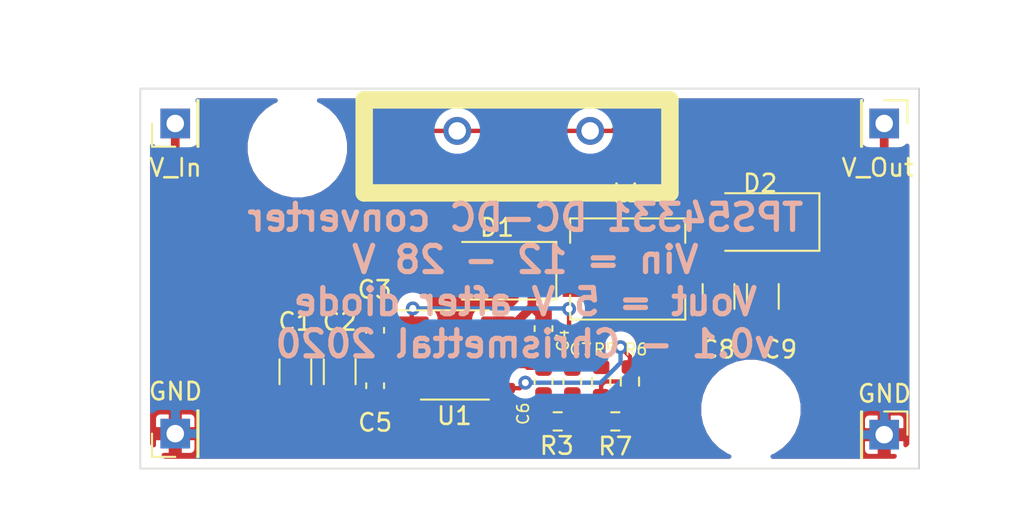
<source format=kicad_pcb>
(kicad_pcb (version 20171130) (host pcbnew "(5.1.9)-1")

  (general
    (thickness 1.6)
    (drawings 9)
    (tracks 89)
    (zones 0)
    (modules 24)
    (nets 13)
  )

  (page A4)
  (layers
    (0 F.Cu signal)
    (31 B.Cu signal)
    (32 B.Adhes user)
    (33 F.Adhes user)
    (34 B.Paste user)
    (35 F.Paste user)
    (36 B.SilkS user)
    (37 F.SilkS user)
    (38 B.Mask user)
    (39 F.Mask user)
    (40 Dwgs.User user)
    (41 Cmts.User user)
    (42 Eco1.User user)
    (43 Eco2.User user)
    (44 Edge.Cuts user)
    (45 Margin user)
    (46 B.CrtYd user)
    (47 F.CrtYd user)
    (48 B.Fab user)
    (49 F.Fab user hide)
  )

  (setup
    (last_trace_width 0.25)
    (trace_clearance 0.2)
    (zone_clearance 0.508)
    (zone_45_only no)
    (trace_min 0.2)
    (via_size 0.8)
    (via_drill 0.4)
    (via_min_size 0.4)
    (via_min_drill 0.3)
    (uvia_size 0.3)
    (uvia_drill 0.1)
    (uvias_allowed no)
    (uvia_min_size 0.2)
    (uvia_min_drill 0.1)
    (edge_width 0.05)
    (segment_width 0.2)
    (pcb_text_width 0.3)
    (pcb_text_size 1.5 1.5)
    (mod_edge_width 0.12)
    (mod_text_size 1 1)
    (mod_text_width 0.15)
    (pad_size 2.5 1.8)
    (pad_drill 0)
    (pad_to_mask_clearance 0)
    (aux_axis_origin 40.64 33.02)
    (grid_origin 105 81.22)
    (visible_elements 7FFFFFFF)
    (pcbplotparams
      (layerselection 0x010fc_ffffffff)
      (usegerberextensions true)
      (usegerberattributes true)
      (usegerberadvancedattributes true)
      (creategerberjobfile true)
      (excludeedgelayer true)
      (linewidth 0.100000)
      (plotframeref false)
      (viasonmask false)
      (mode 1)
      (useauxorigin false)
      (hpglpennumber 1)
      (hpglpenspeed 20)
      (hpglpendiameter 15.000000)
      (psnegative false)
      (psa4output false)
      (plotreference true)
      (plotvalue true)
      (plotinvisibletext false)
      (padsonsilk false)
      (subtractmaskfromsilk true)
      (outputformat 1)
      (mirror false)
      (drillshape 0)
      (scaleselection 1)
      (outputdirectory "Gerbers/"))
  )

  (net 0 "")
  (net 1 "Net-(C1-Pad1)")
  (net 2 GND)
  (net 3 "Net-(C4-Pad1)")
  (net 4 "Net-(C4-Pad2)")
  (net 5 "Net-(C5-Pad1)")
  (net 6 "Net-(C6-Pad2)")
  (net 7 "Net-(C6-Pad1)")
  (net 8 "Net-(C8-Pad1)")
  (net 9 "Net-(R5-Pad2)")
  (net 10 "Net-(R6-Pad2)")
  (net 11 "Net-(U1-Pad3)")
  (net 12 "Net-(D2-Pad1)")

  (net_class Default "This is the default net class."
    (clearance 0.2)
    (trace_width 0.25)
    (via_dia 0.8)
    (via_drill 0.4)
    (uvia_dia 0.3)
    (uvia_drill 0.1)
    (add_net "Net-(C4-Pad2)")
    (add_net "Net-(C5-Pad1)")
    (add_net "Net-(C6-Pad1)")
    (add_net "Net-(C6-Pad2)")
    (add_net "Net-(R5-Pad2)")
    (add_net "Net-(R6-Pad2)")
    (add_net "Net-(U1-Pad3)")
  )

  (net_class Power ""
    (clearance 0.2)
    (trace_width 0.5)
    (via_dia 0.8)
    (via_drill 0.4)
    (uvia_dia 0.3)
    (uvia_drill 0.1)
    (add_net GND)
    (add_net "Net-(C1-Pad1)")
    (add_net "Net-(C4-Pad1)")
    (add_net "Net-(C8-Pad1)")
    (add_net "Net-(D2-Pad1)")
  )

  (module Capacitor_SMD:C_1206_3216Metric (layer F.Cu) (tedit 5F68FEEE) (tstamp 6006D0F8)
    (at 111.887 95.455 270)
    (descr "Capacitor SMD 1206 (3216 Metric), square (rectangular) end terminal, IPC_7351 nominal, (Body size source: IPC-SM-782 page 76, https://www.pcb-3d.com/wordpress/wp-content/uploads/ipc-sm-782a_amendment_1_and_2.pdf), generated with kicad-footprint-generator")
    (tags capacitor)
    (path /6004B81F)
    (attr smd)
    (fp_text reference C1 (at -2.872 0 180) (layer F.SilkS)
      (effects (font (size 1 1) (thickness 0.15)))
    )
    (fp_text value 4.7uF (at 0 1.85 90) (layer F.Fab)
      (effects (font (size 1 1) (thickness 0.15)))
    )
    (fp_text user %R (at 0 0 90) (layer F.Fab)
      (effects (font (size 0.8 0.8) (thickness 0.12)))
    )
    (fp_line (start -1.6 0.8) (end -1.6 -0.8) (layer F.Fab) (width 0.1))
    (fp_line (start -1.6 -0.8) (end 1.6 -0.8) (layer F.Fab) (width 0.1))
    (fp_line (start 1.6 -0.8) (end 1.6 0.8) (layer F.Fab) (width 0.1))
    (fp_line (start 1.6 0.8) (end -1.6 0.8) (layer F.Fab) (width 0.1))
    (fp_line (start -0.711252 -0.91) (end 0.711252 -0.91) (layer F.SilkS) (width 0.12))
    (fp_line (start -0.711252 0.91) (end 0.711252 0.91) (layer F.SilkS) (width 0.12))
    (fp_line (start -2.3 1.15) (end -2.3 -1.15) (layer F.CrtYd) (width 0.05))
    (fp_line (start -2.3 -1.15) (end 2.3 -1.15) (layer F.CrtYd) (width 0.05))
    (fp_line (start 2.3 -1.15) (end 2.3 1.15) (layer F.CrtYd) (width 0.05))
    (fp_line (start 2.3 1.15) (end -2.3 1.15) (layer F.CrtYd) (width 0.05))
    (pad 2 smd roundrect (at 1.475 0 270) (size 1.15 1.8) (layers F.Cu F.Paste F.Mask) (roundrect_rratio 0.2173904347826087)
      (net 2 GND))
    (pad 1 smd roundrect (at -1.475 0 270) (size 1.15 1.8) (layers F.Cu F.Paste F.Mask) (roundrect_rratio 0.2173904347826087)
      (net 1 "Net-(C1-Pad1)"))
    (model ${KISYS3DMOD}/Capacitor_SMD.3dshapes/C_1206_3216Metric.wrl
      (at (xyz 0 0 0))
      (scale (xyz 1 1 1))
      (rotate (xyz 0 0 0))
    )
  )

  (module Capacitor_SMD:C_1206_3216Metric (layer F.Cu) (tedit 5F68FEEE) (tstamp 6006D128)
    (at 114.427 95.455 270)
    (descr "Capacitor SMD 1206 (3216 Metric), square (rectangular) end terminal, IPC_7351 nominal, (Body size source: IPC-SM-782 page 76, https://www.pcb-3d.com/wordpress/wp-content/uploads/ipc-sm-782a_amendment_1_and_2.pdf), generated with kicad-footprint-generator")
    (tags capacitor)
    (path /6004CFB1)
    (attr smd)
    (fp_text reference C2 (at -2.872 0 180) (layer F.SilkS)
      (effects (font (size 1 1) (thickness 0.15)))
    )
    (fp_text value 4.7uF (at 0 1.85 90) (layer F.Fab)
      (effects (font (size 1 1) (thickness 0.15)))
    )
    (fp_text user %R (at 0 0 90) (layer F.Fab)
      (effects (font (size 0.8 0.8) (thickness 0.12)))
    )
    (fp_line (start -1.6 0.8) (end -1.6 -0.8) (layer F.Fab) (width 0.1))
    (fp_line (start -1.6 -0.8) (end 1.6 -0.8) (layer F.Fab) (width 0.1))
    (fp_line (start 1.6 -0.8) (end 1.6 0.8) (layer F.Fab) (width 0.1))
    (fp_line (start 1.6 0.8) (end -1.6 0.8) (layer F.Fab) (width 0.1))
    (fp_line (start -0.711252 -0.91) (end 0.711252 -0.91) (layer F.SilkS) (width 0.12))
    (fp_line (start -0.711252 0.91) (end 0.711252 0.91) (layer F.SilkS) (width 0.12))
    (fp_line (start -2.3 1.15) (end -2.3 -1.15) (layer F.CrtYd) (width 0.05))
    (fp_line (start -2.3 -1.15) (end 2.3 -1.15) (layer F.CrtYd) (width 0.05))
    (fp_line (start 2.3 -1.15) (end 2.3 1.15) (layer F.CrtYd) (width 0.05))
    (fp_line (start 2.3 1.15) (end -2.3 1.15) (layer F.CrtYd) (width 0.05))
    (pad 2 smd roundrect (at 1.475 0 270) (size 1.15 1.8) (layers F.Cu F.Paste F.Mask) (roundrect_rratio 0.2173904347826087)
      (net 2 GND))
    (pad 1 smd roundrect (at -1.475 0 270) (size 1.15 1.8) (layers F.Cu F.Paste F.Mask) (roundrect_rratio 0.2173904347826087)
      (net 1 "Net-(C1-Pad1)"))
    (model ${KISYS3DMOD}/Capacitor_SMD.3dshapes/C_1206_3216Metric.wrl
      (at (xyz 0 0 0))
      (scale (xyz 1 1 1))
      (rotate (xyz 0 0 0))
    )
  )

  (module Capacitor_SMD:C_0603_1608Metric (layer F.Cu) (tedit 5F68FEEE) (tstamp 6006D158)
    (at 116.459 93.078 90)
    (descr "Capacitor SMD 0603 (1608 Metric), square (rectangular) end terminal, IPC_7351 nominal, (Body size source: IPC-SM-782 page 76, https://www.pcb-3d.com/wordpress/wp-content/uploads/ipc-sm-782a_amendment_1_and_2.pdf), generated with kicad-footprint-generator")
    (tags capacitor)
    (path /6004E3E2)
    (attr smd)
    (fp_text reference C3 (at 2.333 -0.029 180) (layer F.SilkS)
      (effects (font (size 1 1) (thickness 0.15)))
    )
    (fp_text value 10nF (at 0 1.43 90) (layer F.Fab)
      (effects (font (size 1 1) (thickness 0.15)))
    )
    (fp_text user %R (at 0 0 90) (layer F.Fab)
      (effects (font (size 0.4 0.4) (thickness 0.06)))
    )
    (fp_line (start -0.8 0.4) (end -0.8 -0.4) (layer F.Fab) (width 0.1))
    (fp_line (start -0.8 -0.4) (end 0.8 -0.4) (layer F.Fab) (width 0.1))
    (fp_line (start 0.8 -0.4) (end 0.8 0.4) (layer F.Fab) (width 0.1))
    (fp_line (start 0.8 0.4) (end -0.8 0.4) (layer F.Fab) (width 0.1))
    (fp_line (start -0.14058 -0.51) (end 0.14058 -0.51) (layer F.SilkS) (width 0.12))
    (fp_line (start -0.14058 0.51) (end 0.14058 0.51) (layer F.SilkS) (width 0.12))
    (fp_line (start -1.48 0.73) (end -1.48 -0.73) (layer F.CrtYd) (width 0.05))
    (fp_line (start -1.48 -0.73) (end 1.48 -0.73) (layer F.CrtYd) (width 0.05))
    (fp_line (start 1.48 -0.73) (end 1.48 0.73) (layer F.CrtYd) (width 0.05))
    (fp_line (start 1.48 0.73) (end -1.48 0.73) (layer F.CrtYd) (width 0.05))
    (pad 2 smd roundrect (at 0.775 0 90) (size 0.9 0.95) (layers F.Cu F.Paste F.Mask) (roundrect_rratio 0.25)
      (net 2 GND))
    (pad 1 smd roundrect (at -0.775 0 90) (size 0.9 0.95) (layers F.Cu F.Paste F.Mask) (roundrect_rratio 0.25)
      (net 1 "Net-(C1-Pad1)"))
    (model ${KISYS3DMOD}/Capacitor_SMD.3dshapes/C_0603_1608Metric.wrl
      (at (xyz 0 0 0))
      (scale (xyz 1 1 1))
      (rotate (xyz 0 0 0))
    )
  )

  (module Capacitor_SMD:C_0603_1608Metric (layer F.Cu) (tedit 5F68FEEE) (tstamp 6006DFAD)
    (at 126.111 92.977 270)
    (descr "Capacitor SMD 0603 (1608 Metric), square (rectangular) end terminal, IPC_7351 nominal, (Body size source: IPC-SM-782 page 76, https://www.pcb-3d.com/wordpress/wp-content/uploads/ipc-sm-782a_amendment_1_and_2.pdf), generated with kicad-footprint-generator")
    (tags capacitor)
    (path /60053CEA)
    (attr smd)
    (fp_text reference C4 (at 0.689 -1.114 270) (layer F.SilkS)
      (effects (font (size 0.66 0.66) (thickness 0.1)))
    )
    (fp_text value 10nF (at 0 1.43 90) (layer F.Fab)
      (effects (font (size 1 1) (thickness 0.15)))
    )
    (fp_text user %R (at 0 0 90) (layer F.Fab)
      (effects (font (size 0.4 0.4) (thickness 0.06)))
    )
    (fp_line (start -0.8 0.4) (end -0.8 -0.4) (layer F.Fab) (width 0.1))
    (fp_line (start -0.8 -0.4) (end 0.8 -0.4) (layer F.Fab) (width 0.1))
    (fp_line (start 0.8 -0.4) (end 0.8 0.4) (layer F.Fab) (width 0.1))
    (fp_line (start 0.8 0.4) (end -0.8 0.4) (layer F.Fab) (width 0.1))
    (fp_line (start -0.14058 -0.51) (end 0.14058 -0.51) (layer F.SilkS) (width 0.12))
    (fp_line (start -0.14058 0.51) (end 0.14058 0.51) (layer F.SilkS) (width 0.12))
    (fp_line (start -1.48 0.73) (end -1.48 -0.73) (layer F.CrtYd) (width 0.05))
    (fp_line (start -1.48 -0.73) (end 1.48 -0.73) (layer F.CrtYd) (width 0.05))
    (fp_line (start 1.48 -0.73) (end 1.48 0.73) (layer F.CrtYd) (width 0.05))
    (fp_line (start 1.48 0.73) (end -1.48 0.73) (layer F.CrtYd) (width 0.05))
    (pad 2 smd roundrect (at 0.775 0 270) (size 0.9 0.95) (layers F.Cu F.Paste F.Mask) (roundrect_rratio 0.25)
      (net 4 "Net-(C4-Pad2)"))
    (pad 1 smd roundrect (at -0.775 0 270) (size 0.9 0.95) (layers F.Cu F.Paste F.Mask) (roundrect_rratio 0.25)
      (net 3 "Net-(C4-Pad1)"))
    (model ${KISYS3DMOD}/Capacitor_SMD.3dshapes/C_0603_1608Metric.wrl
      (at (xyz 0 0 0))
      (scale (xyz 1 1 1))
      (rotate (xyz 0 0 0))
    )
  )

  (module Capacitor_SMD:C_0603_1608Metric (layer F.Cu) (tedit 5F68FEEE) (tstamp 6006D1FD)
    (at 116.459 96.253 270)
    (descr "Capacitor SMD 0603 (1608 Metric), square (rectangular) end terminal, IPC_7351 nominal, (Body size source: IPC-SM-782 page 76, https://www.pcb-3d.com/wordpress/wp-content/uploads/ipc-sm-782a_amendment_1_and_2.pdf), generated with kicad-footprint-generator")
    (tags capacitor)
    (path /60050D4F)
    (attr smd)
    (fp_text reference C5 (at 2.112 0 180) (layer F.SilkS)
      (effects (font (size 1 1) (thickness 0.15)))
    )
    (fp_text value 10nF (at 0 1.43 90) (layer F.Fab)
      (effects (font (size 1 1) (thickness 0.15)))
    )
    (fp_text user %R (at 0 0 90) (layer F.Fab)
      (effects (font (size 0.4 0.4) (thickness 0.06)))
    )
    (fp_line (start -0.8 0.4) (end -0.8 -0.4) (layer F.Fab) (width 0.1))
    (fp_line (start -0.8 -0.4) (end 0.8 -0.4) (layer F.Fab) (width 0.1))
    (fp_line (start 0.8 -0.4) (end 0.8 0.4) (layer F.Fab) (width 0.1))
    (fp_line (start 0.8 0.4) (end -0.8 0.4) (layer F.Fab) (width 0.1))
    (fp_line (start -0.14058 -0.51) (end 0.14058 -0.51) (layer F.SilkS) (width 0.12))
    (fp_line (start -0.14058 0.51) (end 0.14058 0.51) (layer F.SilkS) (width 0.12))
    (fp_line (start -1.48 0.73) (end -1.48 -0.73) (layer F.CrtYd) (width 0.05))
    (fp_line (start -1.48 -0.73) (end 1.48 -0.73) (layer F.CrtYd) (width 0.05))
    (fp_line (start 1.48 -0.73) (end 1.48 0.73) (layer F.CrtYd) (width 0.05))
    (fp_line (start 1.48 0.73) (end -1.48 0.73) (layer F.CrtYd) (width 0.05))
    (pad 2 smd roundrect (at 0.775 0 270) (size 0.9 0.95) (layers F.Cu F.Paste F.Mask) (roundrect_rratio 0.25)
      (net 2 GND))
    (pad 1 smd roundrect (at -0.775 0 270) (size 0.9 0.95) (layers F.Cu F.Paste F.Mask) (roundrect_rratio 0.25)
      (net 5 "Net-(C5-Pad1)"))
    (model ${KISYS3DMOD}/Capacitor_SMD.3dshapes/C_0603_1608Metric.wrl
      (at (xyz 0 0 0))
      (scale (xyz 1 1 1))
      (rotate (xyz 0 0 0))
    )
  )

  (module Capacitor_SMD:C_0603_1608Metric (layer F.Cu) (tedit 5F68FEEE) (tstamp 6006D22D)
    (at 126.111 96.012 270)
    (descr "Capacitor SMD 0603 (1608 Metric), square (rectangular) end terminal, IPC_7351 nominal, (Body size source: IPC-SM-782 page 76, https://www.pcb-3d.com/wordpress/wp-content/uploads/ipc-sm-782a_amendment_1_and_2.pdf), generated with kicad-footprint-generator")
    (tags capacitor)
    (path /60060CF1)
    (attr smd)
    (fp_text reference C6 (at 1.845 1.172 90) (layer F.SilkS)
      (effects (font (size 0.66 0.66) (thickness 0.1)))
    )
    (fp_text value 4.7nF (at 0 1.43 90) (layer F.Fab)
      (effects (font (size 1 1) (thickness 0.15)))
    )
    (fp_text user %R (at 0 0 90) (layer F.Fab)
      (effects (font (size 0.4 0.4) (thickness 0.06)))
    )
    (fp_line (start -0.8 0.4) (end -0.8 -0.4) (layer F.Fab) (width 0.1))
    (fp_line (start -0.8 -0.4) (end 0.8 -0.4) (layer F.Fab) (width 0.1))
    (fp_line (start 0.8 -0.4) (end 0.8 0.4) (layer F.Fab) (width 0.1))
    (fp_line (start 0.8 0.4) (end -0.8 0.4) (layer F.Fab) (width 0.1))
    (fp_line (start -0.14058 -0.51) (end 0.14058 -0.51) (layer F.SilkS) (width 0.12))
    (fp_line (start -0.14058 0.51) (end 0.14058 0.51) (layer F.SilkS) (width 0.12))
    (fp_line (start -1.48 0.73) (end -1.48 -0.73) (layer F.CrtYd) (width 0.05))
    (fp_line (start -1.48 -0.73) (end 1.48 -0.73) (layer F.CrtYd) (width 0.05))
    (fp_line (start 1.48 -0.73) (end 1.48 0.73) (layer F.CrtYd) (width 0.05))
    (fp_line (start 1.48 0.73) (end -1.48 0.73) (layer F.CrtYd) (width 0.05))
    (pad 2 smd roundrect (at 0.775 0 270) (size 0.9 0.95) (layers F.Cu F.Paste F.Mask) (roundrect_rratio 0.25)
      (net 6 "Net-(C6-Pad2)"))
    (pad 1 smd roundrect (at -0.775 0 270) (size 0.9 0.95) (layers F.Cu F.Paste F.Mask) (roundrect_rratio 0.25)
      (net 7 "Net-(C6-Pad1)"))
    (model ${KISYS3DMOD}/Capacitor_SMD.3dshapes/C_0603_1608Metric.wrl
      (at (xyz 0 0 0))
      (scale (xyz 1 1 1))
      (rotate (xyz 0 0 0))
    )
  )

  (module Capacitor_SMD:C_0603_1608Metric (layer F.Cu) (tedit 5F68FEEE) (tstamp 6006D25D)
    (at 127.762 96.012 270)
    (descr "Capacitor SMD 0603 (1608 Metric), square (rectangular) end terminal, IPC_7351 nominal, (Body size source: IPC-SM-782 page 76, https://www.pcb-3d.com/wordpress/wp-content/uploads/ipc-sm-782a_amendment_1_and_2.pdf), generated with kicad-footprint-generator")
    (tags capacitor)
    (path /60061A27)
    (attr smd)
    (fp_text reference C7 (at -1.838 -0.479) (layer F.SilkS)
      (effects (font (size 0.66 0.66) (thickness 0.1)))
    )
    (fp_text value 33pF (at 0 1.43 90) (layer F.Fab)
      (effects (font (size 1 1) (thickness 0.15)))
    )
    (fp_text user %R (at 0 0 90) (layer F.Fab)
      (effects (font (size 0.4 0.4) (thickness 0.06)))
    )
    (fp_line (start -0.8 0.4) (end -0.8 -0.4) (layer F.Fab) (width 0.1))
    (fp_line (start -0.8 -0.4) (end 0.8 -0.4) (layer F.Fab) (width 0.1))
    (fp_line (start 0.8 -0.4) (end 0.8 0.4) (layer F.Fab) (width 0.1))
    (fp_line (start 0.8 0.4) (end -0.8 0.4) (layer F.Fab) (width 0.1))
    (fp_line (start -0.14058 -0.51) (end 0.14058 -0.51) (layer F.SilkS) (width 0.12))
    (fp_line (start -0.14058 0.51) (end 0.14058 0.51) (layer F.SilkS) (width 0.12))
    (fp_line (start -1.48 0.73) (end -1.48 -0.73) (layer F.CrtYd) (width 0.05))
    (fp_line (start -1.48 -0.73) (end 1.48 -0.73) (layer F.CrtYd) (width 0.05))
    (fp_line (start 1.48 -0.73) (end 1.48 0.73) (layer F.CrtYd) (width 0.05))
    (fp_line (start 1.48 0.73) (end -1.48 0.73) (layer F.CrtYd) (width 0.05))
    (pad 2 smd roundrect (at 0.775 0 270) (size 0.9 0.95) (layers F.Cu F.Paste F.Mask) (roundrect_rratio 0.25)
      (net 2 GND))
    (pad 1 smd roundrect (at -0.775 0 270) (size 0.9 0.95) (layers F.Cu F.Paste F.Mask) (roundrect_rratio 0.25)
      (net 7 "Net-(C6-Pad1)"))
    (model ${KISYS3DMOD}/Capacitor_SMD.3dshapes/C_0603_1608Metric.wrl
      (at (xyz 0 0 0))
      (scale (xyz 1 1 1))
      (rotate (xyz 0 0 0))
    )
  )

  (module Capacitor_SMD:C_1206_3216Metric (layer F.Cu) (tedit 5F68FEEE) (tstamp 6006D28D)
    (at 136.144 91.137 270)
    (descr "Capacitor SMD 1206 (3216 Metric), square (rectangular) end terminal, IPC_7351 nominal, (Body size source: IPC-SM-782 page 76, https://www.pcb-3d.com/wordpress/wp-content/uploads/ipc-sm-782a_amendment_1_and_2.pdf), generated with kicad-footprint-generator")
    (tags capacitor)
    (path /60057AED)
    (attr smd)
    (fp_text reference C8 (at 3.037 0.029 180) (layer F.SilkS)
      (effects (font (size 1 1) (thickness 0.15)))
    )
    (fp_text value 47uF (at 0 1.85 90) (layer F.Fab)
      (effects (font (size 1 1) (thickness 0.15)))
    )
    (fp_text user %R (at 0 0 90) (layer F.Fab)
      (effects (font (size 0.8 0.8) (thickness 0.12)))
    )
    (fp_line (start -1.6 0.8) (end -1.6 -0.8) (layer F.Fab) (width 0.1))
    (fp_line (start -1.6 -0.8) (end 1.6 -0.8) (layer F.Fab) (width 0.1))
    (fp_line (start 1.6 -0.8) (end 1.6 0.8) (layer F.Fab) (width 0.1))
    (fp_line (start 1.6 0.8) (end -1.6 0.8) (layer F.Fab) (width 0.1))
    (fp_line (start -0.711252 -0.91) (end 0.711252 -0.91) (layer F.SilkS) (width 0.12))
    (fp_line (start -0.711252 0.91) (end 0.711252 0.91) (layer F.SilkS) (width 0.12))
    (fp_line (start -2.3 1.15) (end -2.3 -1.15) (layer F.CrtYd) (width 0.05))
    (fp_line (start -2.3 -1.15) (end 2.3 -1.15) (layer F.CrtYd) (width 0.05))
    (fp_line (start 2.3 -1.15) (end 2.3 1.15) (layer F.CrtYd) (width 0.05))
    (fp_line (start 2.3 1.15) (end -2.3 1.15) (layer F.CrtYd) (width 0.05))
    (pad 2 smd roundrect (at 1.475 0 270) (size 1.15 1.8) (layers F.Cu F.Paste F.Mask) (roundrect_rratio 0.2173904347826087)
      (net 2 GND))
    (pad 1 smd roundrect (at -1.475 0 270) (size 1.15 1.8) (layers F.Cu F.Paste F.Mask) (roundrect_rratio 0.2173904347826087)
      (net 8 "Net-(C8-Pad1)"))
    (model ${KISYS3DMOD}/Capacitor_SMD.3dshapes/C_1206_3216Metric.wrl
      (at (xyz 0 0 0))
      (scale (xyz 1 1 1))
      (rotate (xyz 0 0 0))
    )
  )

  (module Capacitor_SMD:C_1206_3216Metric (layer F.Cu) (tedit 5F68FEEE) (tstamp 6006D2ED)
    (at 138.684 91.137 270)
    (descr "Capacitor SMD 1206 (3216 Metric), square (rectangular) end terminal, IPC_7351 nominal, (Body size source: IPC-SM-782 page 76, https://www.pcb-3d.com/wordpress/wp-content/uploads/ipc-sm-782a_amendment_1_and_2.pdf), generated with kicad-footprint-generator")
    (tags capacitor)
    (path /600585BF)
    (attr smd)
    (fp_text reference C9 (at 3.037 -0.987 180) (layer F.SilkS)
      (effects (font (size 1 1) (thickness 0.15)))
    )
    (fp_text value 47uF (at 0 1.85 90) (layer F.Fab)
      (effects (font (size 1 1) (thickness 0.15)))
    )
    (fp_text user %R (at 0 0 90) (layer F.Fab)
      (effects (font (size 0.8 0.8) (thickness 0.12)))
    )
    (fp_line (start -1.6 0.8) (end -1.6 -0.8) (layer F.Fab) (width 0.1))
    (fp_line (start -1.6 -0.8) (end 1.6 -0.8) (layer F.Fab) (width 0.1))
    (fp_line (start 1.6 -0.8) (end 1.6 0.8) (layer F.Fab) (width 0.1))
    (fp_line (start 1.6 0.8) (end -1.6 0.8) (layer F.Fab) (width 0.1))
    (fp_line (start -0.711252 -0.91) (end 0.711252 -0.91) (layer F.SilkS) (width 0.12))
    (fp_line (start -0.711252 0.91) (end 0.711252 0.91) (layer F.SilkS) (width 0.12))
    (fp_line (start -2.3 1.15) (end -2.3 -1.15) (layer F.CrtYd) (width 0.05))
    (fp_line (start -2.3 -1.15) (end 2.3 -1.15) (layer F.CrtYd) (width 0.05))
    (fp_line (start 2.3 -1.15) (end 2.3 1.15) (layer F.CrtYd) (width 0.05))
    (fp_line (start 2.3 1.15) (end -2.3 1.15) (layer F.CrtYd) (width 0.05))
    (pad 2 smd roundrect (at 1.475 0 270) (size 1.15 1.8) (layers F.Cu F.Paste F.Mask) (roundrect_rratio 0.2173904347826087)
      (net 2 GND))
    (pad 1 smd roundrect (at -1.475 0 270) (size 1.15 1.8) (layers F.Cu F.Paste F.Mask) (roundrect_rratio 0.2173904347826087)
      (net 8 "Net-(C8-Pad1)"))
    (model ${KISYS3DMOD}/Capacitor_SMD.3dshapes/C_1206_3216Metric.wrl
      (at (xyz 0 0 0))
      (scale (xyz 1 1 1))
      (rotate (xyz 0 0 0))
    )
  )

  (module Diode_SMD:D_SMA (layer F.Cu) (tedit 6005D311) (tstamp 6006D18F)
    (at 123.444 89.662 180)
    (descr "Diode SMA (DO-214AC)")
    (tags "Diode SMA (DO-214AC)")
    (path /60055FC3)
    (attr smd)
    (fp_text reference D1 (at 0 2.473) (layer F.SilkS)
      (effects (font (size 1 1) (thickness 0.15)))
    )
    (fp_text value SS14 (at 0 2.6) (layer F.Fab)
      (effects (font (size 1 1) (thickness 0.15)))
    )
    (fp_text user %R (at 0 -2.5) (layer F.Fab)
      (effects (font (size 1 1) (thickness 0.15)))
    )
    (fp_line (start -3.4 -1.65) (end -3.4 1.65) (layer F.SilkS) (width 0.12))
    (fp_line (start 2.3 1.5) (end -2.3 1.5) (layer F.Fab) (width 0.1))
    (fp_line (start -2.3 1.5) (end -2.3 -1.5) (layer F.Fab) (width 0.1))
    (fp_line (start 2.3 -1.5) (end 2.3 1.5) (layer F.Fab) (width 0.1))
    (fp_line (start 2.3 -1.5) (end -2.3 -1.5) (layer F.Fab) (width 0.1))
    (fp_line (start -3.5 -1.75) (end 3.5 -1.75) (layer F.CrtYd) (width 0.05))
    (fp_line (start 3.5 -1.75) (end 3.5 1.75) (layer F.CrtYd) (width 0.05))
    (fp_line (start 3.5 1.75) (end -3.5 1.75) (layer F.CrtYd) (width 0.05))
    (fp_line (start -3.5 1.75) (end -3.5 -1.75) (layer F.CrtYd) (width 0.05))
    (fp_line (start -0.64944 0.00102) (end -1.55114 0.00102) (layer F.Fab) (width 0.1))
    (fp_line (start 0.50118 0.00102) (end 1.4994 0.00102) (layer F.Fab) (width 0.1))
    (fp_line (start -0.64944 -0.79908) (end -0.64944 0.80112) (layer F.Fab) (width 0.1))
    (fp_line (start 0.50118 0.75032) (end 0.50118 -0.79908) (layer F.Fab) (width 0.1))
    (fp_line (start -0.64944 0.00102) (end 0.50118 0.75032) (layer F.Fab) (width 0.1))
    (fp_line (start -0.64944 0.00102) (end 0.50118 -0.79908) (layer F.Fab) (width 0.1))
    (fp_line (start -3.4 1.65) (end 2 1.65) (layer F.SilkS) (width 0.12))
    (fp_line (start -3.4 -1.65) (end 2 -1.65) (layer F.SilkS) (width 0.12))
    (pad 2 smd rect (at 2 0 180) (size 2.5 1.8) (layers F.Cu F.Paste F.Mask)
      (net 2 GND))
    (pad 1 smd rect (at -2 0 180) (size 2.5 1.8) (layers F.Cu F.Paste F.Mask)
      (net 3 "Net-(C4-Pad1)"))
    (model ${KISYS3DMOD}/Diode_SMD.3dshapes/D_SMA.wrl
      (at (xyz 0 0 0))
      (scale (xyz 1 1 1))
      (rotate (xyz 0 0 0))
    )
  )

  (module EigeneModule:PinheaderOwn (layer F.Cu) (tedit 5A567CEE) (tstamp 6006BDE6)
    (at 105 81.22 90)
    (descr "Through hole straight pin header, 1x01, 2.54mm pitch, single row")
    (tags "Through hole pin header THT 1x01 2.54mm single row")
    (path /6006A8D6)
    (fp_text reference J1 (at 0 1.27 90) (layer F.SilkS) hide
      (effects (font (size 1 1) (thickness 0.15)))
    )
    (fp_text value V_In (at -2.533 0.015) (layer F.SilkS)
      (effects (font (size 1 1) (thickness 0.15)))
    )
    (fp_line (start -0.635 -1.27) (end 1.27 -1.27) (layer F.Fab) (width 0.1))
    (fp_line (start 1.27 -1.27) (end 1.27 1.27) (layer F.Fab) (width 0.1))
    (fp_line (start 1.27 1.27) (end -1.27 1.27) (layer F.Fab) (width 0.1))
    (fp_line (start -1.27 1.27) (end -1.27 -0.635) (layer F.Fab) (width 0.1))
    (fp_line (start -1.27 -0.635) (end -0.635 -1.27) (layer F.Fab) (width 0.1))
    (fp_line (start -1.33 1.33) (end 1.33 1.33) (layer F.SilkS) (width 0.12))
    (fp_line (start -1.33 1.27) (end -1.33 1.33) (layer F.SilkS) (width 0.12))
    (fp_line (start 1.33 1.27) (end 1.33 1.33) (layer F.SilkS) (width 0.12))
    (fp_line (start -1.33 1.27) (end 1.33 1.27) (layer F.SilkS) (width 0.12))
    (fp_line (start -1.33 0) (end -1.33 -1.33) (layer F.SilkS) (width 0.12))
    (fp_line (start -1.33 -1.33) (end 0 -1.33) (layer F.SilkS) (width 0.12))
    (fp_line (start -1.8 -1.8) (end -1.8 1.8) (layer F.CrtYd) (width 0.05))
    (fp_line (start -1.8 1.8) (end 1.8 1.8) (layer F.CrtYd) (width 0.05))
    (fp_line (start 1.8 1.8) (end 1.8 -1.8) (layer F.CrtYd) (width 0.05))
    (fp_line (start 1.8 -1.8) (end -1.8 -1.8) (layer F.CrtYd) (width 0.05))
    (pad 1 thru_hole rect (at 0 0 90) (size 1.7 1.7) (drill 1) (layers *.Cu *.Mask)
      (net 1 "Net-(C1-Pad1)"))
    (model ${KISYS3DMOD}/Pin_Headers.3dshapes/Pin_Header_Straight_1x01_Pitch2.54mm.wrl
      (at (xyz 0 0 0))
      (scale (xyz 1 1 1))
      (rotate (xyz 0 0 0))
    )
  )

  (module EigeneModule:PinheaderOwn (layer F.Cu) (tedit 5A567CEE) (tstamp 6004FD1C)
    (at 145.64 99.06 270)
    (descr "Through hole straight pin header, 1x01, 2.54mm pitch, single row")
    (tags "Through hole pin header THT 1x01 2.54mm single row")
    (path /6006DA8D)
    (fp_text reference J2 (at 0 1.27 90) (layer F.SilkS) hide
      (effects (font (size 1 1) (thickness 0.15)))
    )
    (fp_text value GND (at -2.353 -0.015) (layer F.SilkS)
      (effects (font (size 1 1) (thickness 0.15)))
    )
    (fp_line (start -0.635 -1.27) (end 1.27 -1.27) (layer F.Fab) (width 0.1))
    (fp_line (start 1.27 -1.27) (end 1.27 1.27) (layer F.Fab) (width 0.1))
    (fp_line (start 1.27 1.27) (end -1.27 1.27) (layer F.Fab) (width 0.1))
    (fp_line (start -1.27 1.27) (end -1.27 -0.635) (layer F.Fab) (width 0.1))
    (fp_line (start -1.27 -0.635) (end -0.635 -1.27) (layer F.Fab) (width 0.1))
    (fp_line (start -1.33 1.33) (end 1.33 1.33) (layer F.SilkS) (width 0.12))
    (fp_line (start -1.33 1.27) (end -1.33 1.33) (layer F.SilkS) (width 0.12))
    (fp_line (start 1.33 1.27) (end 1.33 1.33) (layer F.SilkS) (width 0.12))
    (fp_line (start -1.33 1.27) (end 1.33 1.27) (layer F.SilkS) (width 0.12))
    (fp_line (start -1.33 0) (end -1.33 -1.33) (layer F.SilkS) (width 0.12))
    (fp_line (start -1.33 -1.33) (end 0 -1.33) (layer F.SilkS) (width 0.12))
    (fp_line (start -1.8 -1.8) (end -1.8 1.8) (layer F.CrtYd) (width 0.05))
    (fp_line (start -1.8 1.8) (end 1.8 1.8) (layer F.CrtYd) (width 0.05))
    (fp_line (start 1.8 1.8) (end 1.8 -1.8) (layer F.CrtYd) (width 0.05))
    (fp_line (start 1.8 -1.8) (end -1.8 -1.8) (layer F.CrtYd) (width 0.05))
    (pad 1 thru_hole rect (at 0 0 270) (size 1.7 1.7) (drill 1) (layers *.Cu *.Mask)
      (net 2 GND))
    (model ${KISYS3DMOD}/Pin_Headers.3dshapes/Pin_Header_Straight_1x01_Pitch2.54mm.wrl
      (at (xyz 0 0 0))
      (scale (xyz 1 1 1))
      (rotate (xyz 0 0 0))
    )
  )

  (module EigeneModule:PinheaderOwn (layer F.Cu) (tedit 5A567CEE) (tstamp 6004FD30)
    (at 145.64 81.22 270)
    (descr "Through hole straight pin header, 1x01, 2.54mm pitch, single row")
    (tags "Through hole pin header THT 1x01 2.54mm single row")
    (path /6006C4FD)
    (fp_text reference J3 (at 0 1.27 90) (layer F.SilkS) hide
      (effects (font (size 1 1) (thickness 0.15)))
    )
    (fp_text value V_Out (at 2.533 0.366) (layer F.SilkS)
      (effects (font (size 1 1) (thickness 0.15)))
    )
    (fp_line (start -0.635 -1.27) (end 1.27 -1.27) (layer F.Fab) (width 0.1))
    (fp_line (start 1.27 -1.27) (end 1.27 1.27) (layer F.Fab) (width 0.1))
    (fp_line (start 1.27 1.27) (end -1.27 1.27) (layer F.Fab) (width 0.1))
    (fp_line (start -1.27 1.27) (end -1.27 -0.635) (layer F.Fab) (width 0.1))
    (fp_line (start -1.27 -0.635) (end -0.635 -1.27) (layer F.Fab) (width 0.1))
    (fp_line (start -1.33 1.33) (end 1.33 1.33) (layer F.SilkS) (width 0.12))
    (fp_line (start -1.33 1.27) (end -1.33 1.33) (layer F.SilkS) (width 0.12))
    (fp_line (start 1.33 1.27) (end 1.33 1.33) (layer F.SilkS) (width 0.12))
    (fp_line (start -1.33 1.27) (end 1.33 1.27) (layer F.SilkS) (width 0.12))
    (fp_line (start -1.33 0) (end -1.33 -1.33) (layer F.SilkS) (width 0.12))
    (fp_line (start -1.33 -1.33) (end 0 -1.33) (layer F.SilkS) (width 0.12))
    (fp_line (start -1.8 -1.8) (end -1.8 1.8) (layer F.CrtYd) (width 0.05))
    (fp_line (start -1.8 1.8) (end 1.8 1.8) (layer F.CrtYd) (width 0.05))
    (fp_line (start 1.8 1.8) (end 1.8 -1.8) (layer F.CrtYd) (width 0.05))
    (fp_line (start 1.8 -1.8) (end -1.8 -1.8) (layer F.CrtYd) (width 0.05))
    (pad 1 thru_hole rect (at 0 0 270) (size 1.7 1.7) (drill 1) (layers *.Cu *.Mask)
      (net 12 "Net-(D2-Pad1)"))
    (model ${KISYS3DMOD}/Pin_Headers.3dshapes/Pin_Header_Straight_1x01_Pitch2.54mm.wrl
      (at (xyz 0 0 0))
      (scale (xyz 1 1 1))
      (rotate (xyz 0 0 0))
    )
  )

  (module EigeneModule:PinheaderOwn (layer F.Cu) (tedit 5A567CEE) (tstamp 6006CC6E)
    (at 105 99 90)
    (descr "Through hole straight pin header, 1x01, 2.54mm pitch, single row")
    (tags "Through hole pin header THT 1x01 2.54mm single row")
    (path /6006E831)
    (fp_text reference J4 (at 0 1.27 90) (layer F.SilkS) hide
      (effects (font (size 1 1) (thickness 0.15)))
    )
    (fp_text value GND (at 2.42 0.015) (layer F.SilkS)
      (effects (font (size 1 1) (thickness 0.15)))
    )
    (fp_line (start -0.635 -1.27) (end 1.27 -1.27) (layer F.Fab) (width 0.1))
    (fp_line (start 1.27 -1.27) (end 1.27 1.27) (layer F.Fab) (width 0.1))
    (fp_line (start 1.27 1.27) (end -1.27 1.27) (layer F.Fab) (width 0.1))
    (fp_line (start -1.27 1.27) (end -1.27 -0.635) (layer F.Fab) (width 0.1))
    (fp_line (start -1.27 -0.635) (end -0.635 -1.27) (layer F.Fab) (width 0.1))
    (fp_line (start -1.33 1.33) (end 1.33 1.33) (layer F.SilkS) (width 0.12))
    (fp_line (start -1.33 1.27) (end -1.33 1.33) (layer F.SilkS) (width 0.12))
    (fp_line (start 1.33 1.27) (end 1.33 1.33) (layer F.SilkS) (width 0.12))
    (fp_line (start -1.33 1.27) (end 1.33 1.27) (layer F.SilkS) (width 0.12))
    (fp_line (start -1.33 0) (end -1.33 -1.33) (layer F.SilkS) (width 0.12))
    (fp_line (start -1.33 -1.33) (end 0 -1.33) (layer F.SilkS) (width 0.12))
    (fp_line (start -1.8 -1.8) (end -1.8 1.8) (layer F.CrtYd) (width 0.05))
    (fp_line (start -1.8 1.8) (end 1.8 1.8) (layer F.CrtYd) (width 0.05))
    (fp_line (start 1.8 1.8) (end 1.8 -1.8) (layer F.CrtYd) (width 0.05))
    (fp_line (start 1.8 -1.8) (end -1.8 -1.8) (layer F.CrtYd) (width 0.05))
    (pad 1 thru_hole rect (at 0 0 90) (size 1.7 1.7) (drill 1) (layers *.Cu *.Mask)
      (net 2 GND))
    (model ${KISYS3DMOD}/Pin_Headers.3dshapes/Pin_Header_Straight_1x01_Pitch2.54mm.wrl
      (at (xyz 0 0 0))
      (scale (xyz 1 1 1))
      (rotate (xyz 0 0 0))
    )
  )

  (module MeineBibpretty:Sunltech_SLO0630H (layer F.Cu) (tedit 6005BCE8) (tstamp 6006D325)
    (at 130.937 89.662)
    (descr "Choke, SMD, 6.3x6.3mm 3mm height")
    (tags "Choke SMD")
    (path /6005A334)
    (attr smd)
    (fp_text reference L1 (at 0 -4.45) (layer F.SilkS)
      (effects (font (size 1 1) (thickness 0.15)))
    )
    (fp_text value 6.8uH (at 0 4.45) (layer F.Fab)
      (effects (font (size 1 1) (thickness 0.15)))
    )
    (fp_arc (start 0 -0.4) (end 1.91 1.51) (angle 90) (layer F.Fab) (width 0.1))
    (fp_arc (start 0 0.2) (end -1.91 -1.71) (angle 90) (layer F.Fab) (width 0.1))
    (fp_text user %R (at 0 0) (layer F.Fab)
      (effects (font (size 1 1) (thickness 0.15)))
    )
    (fp_line (start 3.3 1.4) (end 3.3 2.8) (layer F.SilkS) (width 0.12))
    (fp_line (start 3.3 2.8) (end -3.3 2.8) (layer F.SilkS) (width 0.12))
    (fp_line (start -3.3 2.8) (end -3.3 1.4) (layer F.SilkS) (width 0.12))
    (fp_line (start -3.3 -1.6) (end -3.3 -3) (layer F.SilkS) (width 0.12))
    (fp_line (start -3.3 -3) (end 3.3 -3) (layer F.SilkS) (width 0.12))
    (fp_line (start 3.3 -3) (end 3.3 -1.6) (layer F.SilkS) (width 0.12))
    (fp_line (start -3.75 -3.4) (end -3.75 3.4) (layer F.CrtYd) (width 0.05))
    (fp_line (start -3.75 3.4) (end 3.75 3.4) (layer F.CrtYd) (width 0.05))
    (fp_line (start 3.75 3.4) (end 3.75 -3.4) (layer F.CrtYd) (width 0.05))
    (fp_line (start 3.75 -3.4) (end -3.75 -3.4) (layer F.CrtYd) (width 0.05))
    (fp_line (start 3.15 2.75) (end 3.15 1.4) (layer F.Fab) (width 0.1))
    (fp_line (start 3.15 -2.95) (end 3.15 -1.6) (layer F.Fab) (width 0.1))
    (fp_line (start -3.15 2.75) (end -3.15 1.4) (layer F.Fab) (width 0.1))
    (fp_line (start -3.15 -2.95) (end -3.15 -1.6) (layer F.Fab) (width 0.1))
    (fp_line (start -3.15 -2.95) (end 3.15 -2.95) (layer F.Fab) (width 0.1))
    (fp_line (start -3.15 2.75) (end 3.15 2.75) (layer F.Fab) (width 0.1))
    (pad 2 smd rect (at 2.75 0) (size 1.95 3) (layers F.Cu F.Paste F.Mask)
      (net 8 "Net-(C8-Pad1)"))
    (pad 1 smd rect (at -2.75 0) (size 1.95 3) (layers F.Cu F.Paste F.Mask)
      (net 3 "Net-(C4-Pad1)"))
    (model ${CHRISLIBS}/MeineBib.3dshapes/Sunltech_SLO0630H.step
      (at (xyz 0 0 0))
      (scale (xyz 1 1 1))
      (rotate (xyz 0 0 90))
    )
  )

  (module Resistor_SMD:R_0603_1608Metric (layer F.Cu) (tedit 5F68FEEE) (tstamp 6006D365)
    (at 126.9238 98.298)
    (descr "Resistor SMD 0603 (1608 Metric), square (rectangular) end terminal, IPC_7351 nominal, (Body size source: IPC-SM-782 page 72, https://www.pcb-3d.com/wordpress/wp-content/uploads/ipc-sm-782a_amendment_1_and_2.pdf), generated with kicad-footprint-generator")
    (tags resistor)
    (path /600611CD)
    (attr smd)
    (fp_text reference R3 (at -0.0508 1.397 180) (layer F.SilkS)
      (effects (font (size 1 1) (thickness 0.15)))
    )
    (fp_text value 47K (at 0 1.43) (layer F.Fab)
      (effects (font (size 1 1) (thickness 0.15)))
    )
    (fp_text user %R (at 0 0) (layer F.Fab)
      (effects (font (size 0.4 0.4) (thickness 0.06)))
    )
    (fp_line (start -0.8 0.4125) (end -0.8 -0.4125) (layer F.Fab) (width 0.1))
    (fp_line (start -0.8 -0.4125) (end 0.8 -0.4125) (layer F.Fab) (width 0.1))
    (fp_line (start 0.8 -0.4125) (end 0.8 0.4125) (layer F.Fab) (width 0.1))
    (fp_line (start 0.8 0.4125) (end -0.8 0.4125) (layer F.Fab) (width 0.1))
    (fp_line (start -0.237258 -0.5225) (end 0.237258 -0.5225) (layer F.SilkS) (width 0.12))
    (fp_line (start -0.237258 0.5225) (end 0.237258 0.5225) (layer F.SilkS) (width 0.12))
    (fp_line (start -1.48 0.73) (end -1.48 -0.73) (layer F.CrtYd) (width 0.05))
    (fp_line (start -1.48 -0.73) (end 1.48 -0.73) (layer F.CrtYd) (width 0.05))
    (fp_line (start 1.48 -0.73) (end 1.48 0.73) (layer F.CrtYd) (width 0.05))
    (fp_line (start 1.48 0.73) (end -1.48 0.73) (layer F.CrtYd) (width 0.05))
    (pad 2 smd roundrect (at 0.825 0) (size 0.8 0.95) (layers F.Cu F.Paste F.Mask) (roundrect_rratio 0.25)
      (net 2 GND))
    (pad 1 smd roundrect (at -0.825 0) (size 0.8 0.95) (layers F.Cu F.Paste F.Mask) (roundrect_rratio 0.25)
      (net 6 "Net-(C6-Pad2)"))
    (model ${KISYS3DMOD}/Resistor_SMD.3dshapes/R_0603_1608Metric.wrl
      (at (xyz 0 0 0))
      (scale (xyz 1 1 1))
      (rotate (xyz 0 0 0))
    )
  )

  (module Resistor_SMD:R_0603_1608Metric (layer F.Cu) (tedit 5F68FEEE) (tstamp 6006D395)
    (at 129.413 96.012 270)
    (descr "Resistor SMD 0603 (1608 Metric), square (rectangular) end terminal, IPC_7351 nominal, (Body size source: IPC-SM-782 page 72, https://www.pcb-3d.com/wordpress/wp-content/uploads/ipc-sm-782a_amendment_1_and_2.pdf), generated with kicad-footprint-generator")
    (tags resistor)
    (path /6005C0A8)
    (attr smd)
    (fp_text reference R5 (at -1.838 -0.225) (layer F.SilkS)
      (effects (font (size 0.66 0.66) (thickness 0.1)))
    )
    (fp_text value 10k (at 0 1.43 90) (layer F.Fab)
      (effects (font (size 1 1) (thickness 0.15)))
    )
    (fp_text user %R (at 0 0 90) (layer F.Fab)
      (effects (font (size 0.4 0.4) (thickness 0.06)))
    )
    (fp_line (start -0.8 0.4125) (end -0.8 -0.4125) (layer F.Fab) (width 0.1))
    (fp_line (start -0.8 -0.4125) (end 0.8 -0.4125) (layer F.Fab) (width 0.1))
    (fp_line (start 0.8 -0.4125) (end 0.8 0.4125) (layer F.Fab) (width 0.1))
    (fp_line (start 0.8 0.4125) (end -0.8 0.4125) (layer F.Fab) (width 0.1))
    (fp_line (start -0.237258 -0.5225) (end 0.237258 -0.5225) (layer F.SilkS) (width 0.12))
    (fp_line (start -0.237258 0.5225) (end 0.237258 0.5225) (layer F.SilkS) (width 0.12))
    (fp_line (start -1.48 0.73) (end -1.48 -0.73) (layer F.CrtYd) (width 0.05))
    (fp_line (start -1.48 -0.73) (end 1.48 -0.73) (layer F.CrtYd) (width 0.05))
    (fp_line (start 1.48 -0.73) (end 1.48 0.73) (layer F.CrtYd) (width 0.05))
    (fp_line (start 1.48 0.73) (end -1.48 0.73) (layer F.CrtYd) (width 0.05))
    (pad 2 smd roundrect (at 0.825 0 270) (size 0.8 0.95) (layers F.Cu F.Paste F.Mask) (roundrect_rratio 0.25)
      (net 9 "Net-(R5-Pad2)"))
    (pad 1 smd roundrect (at -0.825 0 270) (size 0.8 0.95) (layers F.Cu F.Paste F.Mask) (roundrect_rratio 0.25)
      (net 8 "Net-(C8-Pad1)"))
    (model ${KISYS3DMOD}/Resistor_SMD.3dshapes/R_0603_1608Metric.wrl
      (at (xyz 0 0 0))
      (scale (xyz 1 1 1))
      (rotate (xyz 0 0 0))
    )
  )

  (module Resistor_SMD:R_0603_1608Metric (layer F.Cu) (tedit 5F68FEEE) (tstamp 6006D2BD)
    (at 131.064 96.012 270)
    (descr "Resistor SMD 0603 (1608 Metric), square (rectangular) end terminal, IPC_7351 nominal, (Body size source: IPC-SM-782 page 72, https://www.pcb-3d.com/wordpress/wp-content/uploads/ipc-sm-782a_amendment_1_and_2.pdf), generated with kicad-footprint-generator")
    (tags resistor)
    (path /6005D030)
    (attr smd)
    (fp_text reference R6 (at -1.838 -0.352) (layer F.SilkS)
      (effects (font (size 0.66 0.66) (thickness 0.1)))
    )
    (fp_text value 1.5k (at 0 1.43 90) (layer F.Fab)
      (effects (font (size 1 1) (thickness 0.15)))
    )
    (fp_text user %R (at 0 0 90) (layer F.Fab)
      (effects (font (size 0.4 0.4) (thickness 0.06)))
    )
    (fp_line (start -0.8 0.4125) (end -0.8 -0.4125) (layer F.Fab) (width 0.1))
    (fp_line (start -0.8 -0.4125) (end 0.8 -0.4125) (layer F.Fab) (width 0.1))
    (fp_line (start 0.8 -0.4125) (end 0.8 0.4125) (layer F.Fab) (width 0.1))
    (fp_line (start 0.8 0.4125) (end -0.8 0.4125) (layer F.Fab) (width 0.1))
    (fp_line (start -0.237258 -0.5225) (end 0.237258 -0.5225) (layer F.SilkS) (width 0.12))
    (fp_line (start -0.237258 0.5225) (end 0.237258 0.5225) (layer F.SilkS) (width 0.12))
    (fp_line (start -1.48 0.73) (end -1.48 -0.73) (layer F.CrtYd) (width 0.05))
    (fp_line (start -1.48 -0.73) (end 1.48 -0.73) (layer F.CrtYd) (width 0.05))
    (fp_line (start 1.48 -0.73) (end 1.48 0.73) (layer F.CrtYd) (width 0.05))
    (fp_line (start 1.48 0.73) (end -1.48 0.73) (layer F.CrtYd) (width 0.05))
    (pad 2 smd roundrect (at 0.825 0 270) (size 0.8 0.95) (layers F.Cu F.Paste F.Mask) (roundrect_rratio 0.25)
      (net 10 "Net-(R6-Pad2)"))
    (pad 1 smd roundrect (at -0.825 0 270) (size 0.8 0.95) (layers F.Cu F.Paste F.Mask) (roundrect_rratio 0.25)
      (net 9 "Net-(R5-Pad2)"))
    (model ${KISYS3DMOD}/Resistor_SMD.3dshapes/R_0603_1608Metric.wrl
      (at (xyz 0 0 0))
      (scale (xyz 1 1 1))
      (rotate (xyz 0 0 0))
    )
  )

  (module Resistor_SMD:R_0603_1608Metric (layer F.Cu) (tedit 5F68FEEE) (tstamp 6006D410)
    (at 130.2258 98.298 180)
    (descr "Resistor SMD 0603 (1608 Metric), square (rectangular) end terminal, IPC_7351 nominal, (Body size source: IPC-SM-782 page 72, https://www.pcb-3d.com/wordpress/wp-content/uploads/ipc-sm-782a_amendment_1_and_2.pdf), generated with kicad-footprint-generator")
    (tags resistor)
    (path /6005D5E3)
    (attr smd)
    (fp_text reference R7 (at 0 -1.43) (layer F.SilkS)
      (effects (font (size 1 1) (thickness 0.15)))
    )
    (fp_text value 180R (at 0 1.43) (layer F.Fab)
      (effects (font (size 1 1) (thickness 0.15)))
    )
    (fp_text user %R (at 0 0) (layer F.Fab)
      (effects (font (size 0.4 0.4) (thickness 0.06)))
    )
    (fp_line (start -0.8 0.4125) (end -0.8 -0.4125) (layer F.Fab) (width 0.1))
    (fp_line (start -0.8 -0.4125) (end 0.8 -0.4125) (layer F.Fab) (width 0.1))
    (fp_line (start 0.8 -0.4125) (end 0.8 0.4125) (layer F.Fab) (width 0.1))
    (fp_line (start 0.8 0.4125) (end -0.8 0.4125) (layer F.Fab) (width 0.1))
    (fp_line (start -0.237258 -0.5225) (end 0.237258 -0.5225) (layer F.SilkS) (width 0.12))
    (fp_line (start -0.237258 0.5225) (end 0.237258 0.5225) (layer F.SilkS) (width 0.12))
    (fp_line (start -1.48 0.73) (end -1.48 -0.73) (layer F.CrtYd) (width 0.05))
    (fp_line (start -1.48 -0.73) (end 1.48 -0.73) (layer F.CrtYd) (width 0.05))
    (fp_line (start 1.48 -0.73) (end 1.48 0.73) (layer F.CrtYd) (width 0.05))
    (fp_line (start 1.48 0.73) (end -1.48 0.73) (layer F.CrtYd) (width 0.05))
    (pad 2 smd roundrect (at 0.825 0 180) (size 0.8 0.95) (layers F.Cu F.Paste F.Mask) (roundrect_rratio 0.25)
      (net 2 GND))
    (pad 1 smd roundrect (at -0.825 0 180) (size 0.8 0.95) (layers F.Cu F.Paste F.Mask) (roundrect_rratio 0.25)
      (net 10 "Net-(R6-Pad2)"))
    (model ${KISYS3DMOD}/Resistor_SMD.3dshapes/R_0603_1608Metric.wrl
      (at (xyz 0 0 0))
      (scale (xyz 1 1 1))
      (rotate (xyz 0 0 0))
    )
  )

  (module Package_SO:SOIC-8_3.9x4.9mm_P1.27mm (layer F.Cu) (tedit 5D9F72B1) (tstamp 6006D3CE)
    (at 121.031 94.488)
    (descr "SOIC, 8 Pin (JEDEC MS-012AA, https://www.analog.com/media/en/package-pcb-resources/package/pkg_pdf/soic_narrow-r/r_8.pdf), generated with kicad-footprint-generator ipc_gullwing_generator.py")
    (tags "SOIC SO")
    (path /6004A51D)
    (attr smd)
    (fp_text reference U1 (at -0.029 3.496) (layer F.SilkS)
      (effects (font (size 1 1) (thickness 0.15)))
    )
    (fp_text value TPS54331D (at 0 3.4) (layer F.Fab)
      (effects (font (size 1 1) (thickness 0.15)))
    )
    (fp_text user %R (at 0 0) (layer F.Fab)
      (effects (font (size 0.98 0.98) (thickness 0.15)))
    )
    (fp_line (start 0 2.56) (end 1.95 2.56) (layer F.SilkS) (width 0.12))
    (fp_line (start 0 2.56) (end -1.95 2.56) (layer F.SilkS) (width 0.12))
    (fp_line (start 0 -2.56) (end 1.95 -2.56) (layer F.SilkS) (width 0.12))
    (fp_line (start 0 -2.56) (end -3.45 -2.56) (layer F.SilkS) (width 0.12))
    (fp_line (start -0.975 -2.45) (end 1.95 -2.45) (layer F.Fab) (width 0.1))
    (fp_line (start 1.95 -2.45) (end 1.95 2.45) (layer F.Fab) (width 0.1))
    (fp_line (start 1.95 2.45) (end -1.95 2.45) (layer F.Fab) (width 0.1))
    (fp_line (start -1.95 2.45) (end -1.95 -1.475) (layer F.Fab) (width 0.1))
    (fp_line (start -1.95 -1.475) (end -0.975 -2.45) (layer F.Fab) (width 0.1))
    (fp_line (start -3.7 -2.7) (end -3.7 2.7) (layer F.CrtYd) (width 0.05))
    (fp_line (start -3.7 2.7) (end 3.7 2.7) (layer F.CrtYd) (width 0.05))
    (fp_line (start 3.7 2.7) (end 3.7 -2.7) (layer F.CrtYd) (width 0.05))
    (fp_line (start 3.7 -2.7) (end -3.7 -2.7) (layer F.CrtYd) (width 0.05))
    (pad 8 smd roundrect (at 2.475 -1.905) (size 1.95 0.6) (layers F.Cu F.Paste F.Mask) (roundrect_rratio 0.25)
      (net 3 "Net-(C4-Pad1)"))
    (pad 7 smd roundrect (at 2.475 -0.635) (size 1.95 0.6) (layers F.Cu F.Paste F.Mask) (roundrect_rratio 0.25)
      (net 2 GND))
    (pad 6 smd roundrect (at 2.475 0.635) (size 1.95 0.6) (layers F.Cu F.Paste F.Mask) (roundrect_rratio 0.25)
      (net 7 "Net-(C6-Pad1)"))
    (pad 5 smd roundrect (at 2.475 1.905) (size 1.95 0.6) (layers F.Cu F.Paste F.Mask) (roundrect_rratio 0.25)
      (net 9 "Net-(R5-Pad2)"))
    (pad 4 smd roundrect (at -2.475 1.905) (size 1.95 0.6) (layers F.Cu F.Paste F.Mask) (roundrect_rratio 0.25)
      (net 5 "Net-(C5-Pad1)"))
    (pad 3 smd roundrect (at -2.475 0.635) (size 1.95 0.6) (layers F.Cu F.Paste F.Mask) (roundrect_rratio 0.25)
      (net 11 "Net-(U1-Pad3)"))
    (pad 2 smd roundrect (at -2.475 -0.635) (size 1.95 0.6) (layers F.Cu F.Paste F.Mask) (roundrect_rratio 0.25)
      (net 1 "Net-(C1-Pad1)"))
    (pad 1 smd roundrect (at -2.475 -1.905) (size 1.95 0.6) (layers F.Cu F.Paste F.Mask) (roundrect_rratio 0.25)
      (net 4 "Net-(C4-Pad2)"))
    (model ${KISYS3DMOD}/Package_SO.3dshapes/SOIC-8_3.9x4.9mm_P1.27mm.wrl
      (at (xyz 0 0 0))
      (scale (xyz 1 1 1))
      (rotate (xyz 0 0 0))
    )
  )

  (module MeineBibpretty:EigenesMountingHole_2.7mm_M2.5 (layer F.Cu) (tedit 6005BD92) (tstamp 6006BD64)
    (at 112 82.61)
    (descr "Mounting Hole 2.7mm, no annular, M2.5")
    (tags "mounting hole 2.7mm no annular m2.5")
    (path /60061C46)
    (attr virtual)
    (fp_text reference H1 (at 0 -3.7) (layer F.SilkS) hide
      (effects (font (size 1 1) (thickness 0.15)))
    )
    (fp_text value MountingHole (at 0 3.7) (layer F.Fab)
      (effects (font (size 1 1) (thickness 0.15)))
    )
    (fp_circle (center 0 0) (end 2.7 0) (layer Cmts.User) (width 0.15))
    (fp_circle (center 0 0) (end 2.95 0) (layer F.CrtYd) (width 0.05))
    (fp_text user %R (at 0.3 0) (layer F.Fab)
      (effects (font (size 1 1) (thickness 0.15)))
    )
    (pad "" np_thru_hole circle (at 0 0) (size 2.7 2.7) (drill 2.7) (layers *.Cu *.Mask)
      (solder_mask_margin 1.5) (clearance 1.5))
  )

  (module MeineBibpretty:EigenesMountingHole_2.7mm_M2.5 (layer F.Cu) (tedit 6005BD92) (tstamp 6006D47F)
    (at 138 97.61)
    (descr "Mounting Hole 2.7mm, no annular, M2.5")
    (tags "mounting hole 2.7mm no annular m2.5")
    (path /60062968)
    (attr virtual)
    (fp_text reference H3 (at 0 -3.7) (layer F.SilkS) hide
      (effects (font (size 1 1) (thickness 0.15)))
    )
    (fp_text value MountingHole (at 0 3.7) (layer F.Fab)
      (effects (font (size 1 1) (thickness 0.15)))
    )
    (fp_circle (center 0 0) (end 2.7 0) (layer Cmts.User) (width 0.15))
    (fp_circle (center 0 0) (end 2.95 0) (layer F.CrtYd) (width 0.05))
    (fp_text user %R (at 0.3 0) (layer F.Fab)
      (effects (font (size 1 1) (thickness 0.15)))
    )
    (pad "" np_thru_hole circle (at 0 0) (size 2.7 2.7) (drill 2.7) (layers *.Cu *.Mask)
      (solder_mask_margin 1.5) (clearance 1.5))
  )

  (module MeineBibpretty:Binary_6_v0.1 (layer F.Cu) (tedit 5D530DD6) (tstamp 6006DB61)
    (at 125 82.61)
    (descr "Resistor, Axial_DIN0207 series, Axial, Horizontal, pin pitch=7.62mm, 0.25W = 1/4W, length*diameter=6.3*2.5mm^2, http://cdn-reichelt.de/documents/datenblatt/B400/1_4W%23YAG.pdf")
    (tags "Resistor Axial_DIN0207 series Axial Horizontal pin pitch 7.62mm 0.25W = 1/4W length 6.3mm diameter 2.5mm")
    (path /600638EF)
    (fp_text reference LO1 (at 6.761 1.661) (layer F.SilkS) hide
      (effects (font (size 1 1) (thickness 0.15)))
    )
    (fp_text value Logo (at 3.030599 0.566799) (layer F.Fab)
      (effects (font (size 1 1) (thickness 0.15)))
    )
    (fp_line (start 8.3566 2.5908) (end -9.1694 2.5908) (layer F.SilkS) (width 1))
    (fp_line (start 8.3566 -2.7432) (end 8.3566 2.5908) (layer F.SilkS) (width 1))
    (fp_line (start -9.1694 -2.7432) (end 8.3566 -2.7432) (layer F.SilkS) (width 1))
    (fp_line (start -9.1694 2.5908) (end -9.1694 -2.7432) (layer F.SilkS) (width 1))
    (fp_poly (pts (xy 8.0772 -2.4384) (xy -8.89 -2.4384) (xy -8.89 2.286) (xy 8.0772 2.286)) (layer F.Mask) (width 0.15))
    (fp_line (start 3.5306 1.8288) (end -8.9408 1.8288) (layer F.Cu) (width 0.25))
    (fp_line (start 6.5786 -1.2192) (end 3.5306 1.8288) (layer F.Cu) (width 0.25))
    (fp_line (start 8.128 -1.2192) (end 6.5786 -1.2192) (layer F.Cu) (width 0.25))
    (fp_line (start -5.6134 -0.9652) (end -8.4074 1.8288) (layer F.Cu) (width 0.25))
    (fp_line (start -3.8354 -0.9652) (end -5.6134 -0.9652) (layer F.Cu) (width 0.25))
    (fp_line (start 6.0706 -1.9812) (end 8.0772 -1.9812) (layer F.Cu) (width 0.25))
    (fp_line (start 5.0546 -0.9652) (end 6.0706 -1.9812) (layer F.Cu) (width 0.25))
    (fp_line (start 3.7846 -0.9652) (end 5.0546 -0.9652) (layer F.Cu) (width 0.25))
    (fp_line (start 1.2446 -0.9652) (end 3.7846 -0.9652) (layer F.Cu) (width 0.25))
    (fp_line (start -3.8354 -0.9652) (end -1.2954 -0.9652) (layer F.Cu) (width 0.25))
    (fp_line (start 3.7846 -0.9652) (end 3.1246 -0.9652) (layer F.Fab) (width 0.1))
    (fp_line (start -3.8354 -0.9652) (end -3.1754 -0.9652) (layer F.Fab) (width 0.1))
    (fp_text user Binary_6 (at -2.5654 0.8128) (layer F.Cu)
      (effects (font (size 1.2 1.2) (thickness 0.2)))
    )
    (pad 2 thru_hole circle (at -3.8354 -0.9652) (size 1.6 1.6) (drill 1) (layers *.Cu *.Mask))
    (pad 1 thru_hole oval (at 3.7846 -0.9652) (size 1.6 1.6) (drill 1) (layers *.Cu *.Mask))
    (pad "" smd roundrect (at -0.8954 -0.9652) (size 0.9 1.8) (layers F.Cu F.Mask) (roundrect_rratio 0.25))
    (pad "" smd roundrect (at 0.8446 -0.9652) (size 0.9 1.8) (layers F.Cu F.Mask) (roundrect_rratio 0.25))
  )

  (module Diode_SMD:D_SMA (layer F.Cu) (tedit 586432E5) (tstamp 6006D0BA)
    (at 138.525 86.868 180)
    (descr "Diode SMA (DO-214AC)")
    (tags "Diode SMA (DO-214AC)")
    (path /60089C96)
    (attr smd)
    (fp_text reference D2 (at -0.003 2.219) (layer F.SilkS)
      (effects (font (size 1 1) (thickness 0.15)))
    )
    (fp_text value SS14 (at 0 2.6) (layer F.Fab)
      (effects (font (size 1 1) (thickness 0.15)))
    )
    (fp_line (start -3.4 -1.65) (end 2 -1.65) (layer F.SilkS) (width 0.12))
    (fp_line (start -3.4 1.65) (end 2 1.65) (layer F.SilkS) (width 0.12))
    (fp_line (start -0.64944 0.00102) (end 0.50118 -0.79908) (layer F.Fab) (width 0.1))
    (fp_line (start -0.64944 0.00102) (end 0.50118 0.75032) (layer F.Fab) (width 0.1))
    (fp_line (start 0.50118 0.75032) (end 0.50118 -0.79908) (layer F.Fab) (width 0.1))
    (fp_line (start -0.64944 -0.79908) (end -0.64944 0.80112) (layer F.Fab) (width 0.1))
    (fp_line (start 0.50118 0.00102) (end 1.4994 0.00102) (layer F.Fab) (width 0.1))
    (fp_line (start -0.64944 0.00102) (end -1.55114 0.00102) (layer F.Fab) (width 0.1))
    (fp_line (start -3.5 1.75) (end -3.5 -1.75) (layer F.CrtYd) (width 0.05))
    (fp_line (start 3.5 1.75) (end -3.5 1.75) (layer F.CrtYd) (width 0.05))
    (fp_line (start 3.5 -1.75) (end 3.5 1.75) (layer F.CrtYd) (width 0.05))
    (fp_line (start -3.5 -1.75) (end 3.5 -1.75) (layer F.CrtYd) (width 0.05))
    (fp_line (start 2.3 -1.5) (end -2.3 -1.5) (layer F.Fab) (width 0.1))
    (fp_line (start 2.3 -1.5) (end 2.3 1.5) (layer F.Fab) (width 0.1))
    (fp_line (start -2.3 1.5) (end -2.3 -1.5) (layer F.Fab) (width 0.1))
    (fp_line (start 2.3 1.5) (end -2.3 1.5) (layer F.Fab) (width 0.1))
    (fp_line (start -3.4 -1.65) (end -3.4 1.65) (layer F.SilkS) (width 0.12))
    (fp_text user %R (at 0 -2.5) (layer F.Fab)
      (effects (font (size 1 1) (thickness 0.15)))
    )
    (pad 1 smd rect (at -2 0 180) (size 2.5 1.8) (layers F.Cu F.Paste F.Mask)
      (net 12 "Net-(D2-Pad1)"))
    (pad 2 smd rect (at 2 0 180) (size 2.5 1.8) (layers F.Cu F.Paste F.Mask)
      (net 8 "Net-(C8-Pad1)"))
    (model ${KISYS3DMOD}/Diode_SMD.3dshapes/D_SMA.wrl
      (at (xyz 0 0 0))
      (scale (xyz 1 1 1))
      (rotate (xyz 0 0 0))
    )
  )

  (gr_text "TPS54331 DC-DC converter\nVin = 12 - 28 V\nVout = 5 V after diode\nv0.1 - Chrismettal 2020" (at 125.066 90.237) (layer B.SilkS)
    (effects (font (size 1.5 1.5) (thickness 0.3)) (justify mirror))
  )
  (dimension 15 (width 0.15) (layer Dwgs.User)
    (gr_text "15.000 mm" (at 152.3 90.11 270) (layer Dwgs.User)
      (effects (font (size 1 1) (thickness 0.15)))
    )
    (feature1 (pts (xy 112 97.61) (xy 151.586421 97.61)))
    (feature2 (pts (xy 112 82.61) (xy 151.586421 82.61)))
    (crossbar (pts (xy 151 82.61) (xy 151 97.61)))
    (arrow1a (pts (xy 151 97.61) (xy 150.413579 96.483496)))
    (arrow1b (pts (xy 151 97.61) (xy 151.586421 96.483496)))
    (arrow2a (pts (xy 151 82.61) (xy 150.413579 83.736504)))
    (arrow2b (pts (xy 151 82.61) (xy 151.586421 83.736504)))
  )
  (dimension 26 (width 0.15) (layer Dwgs.User)
    (gr_text "26.000 mm" (at 125 104.3) (layer Dwgs.User)
      (effects (font (size 1 1) (thickness 0.15)))
    )
    (feature1 (pts (xy 138 82.61) (xy 138 103.586421)))
    (feature2 (pts (xy 112 82.61) (xy 112 103.586421)))
    (crossbar (pts (xy 112 103) (xy 138 103)))
    (arrow1a (pts (xy 138 103) (xy 136.873496 103.586421)))
    (arrow1b (pts (xy 138 103) (xy 136.873496 102.413579)))
    (arrow2a (pts (xy 112 103) (xy 113.126504 103.586421)))
    (arrow2b (pts (xy 112 103) (xy 113.126504 102.413579)))
  )
  (dimension 44.64 (width 0.15) (layer Dwgs.User)
    (gr_text "44.640 mm" (at 125.32 74.84) (layer Dwgs.User)
      (effects (font (size 1 1) (thickness 0.15)))
    )
    (feature1 (pts (xy 147.64 79.22) (xy 147.64 75.553579)))
    (feature2 (pts (xy 103 79.22) (xy 103 75.553579)))
    (crossbar (pts (xy 103 76.14) (xy 147.64 76.14)))
    (arrow1a (pts (xy 147.64 76.14) (xy 146.513496 76.726421)))
    (arrow1b (pts (xy 147.64 76.14) (xy 146.513496 75.553579)))
    (arrow2a (pts (xy 103 76.14) (xy 104.126504 76.726421)))
    (arrow2b (pts (xy 103 76.14) (xy 104.126504 75.553579)))
  )
  (dimension 21.78 (width 0.15) (layer Dwgs.User)
    (gr_text "21.780 mm" (at 98.620001 90.11 270) (layer Dwgs.User)
      (effects (font (size 1 1) (thickness 0.15)))
    )
    (feature1 (pts (xy 103 101) (xy 99.33358 101)))
    (feature2 (pts (xy 103 79.22) (xy 99.33358 79.22)))
    (crossbar (pts (xy 99.920001 79.22) (xy 99.920001 101)))
    (arrow1a (pts (xy 99.920001 101) (xy 99.33358 99.873496)))
    (arrow1b (pts (xy 99.920001 101) (xy 100.506422 99.873496)))
    (arrow2a (pts (xy 99.920001 79.22) (xy 99.33358 80.346504)))
    (arrow2b (pts (xy 99.920001 79.22) (xy 100.506422 80.346504)))
  )
  (gr_line (start 147.64 79.22) (end 147.64 101) (layer Edge.Cuts) (width 0.1))
  (gr_line (start 103 79.22) (end 147.64 79.22) (layer Edge.Cuts) (width 0.1))
  (gr_line (start 103 101) (end 103 79.22) (layer Edge.Cuts) (width 0.1))
  (gr_line (start 147.64 101) (end 103 101) (layer Edge.Cuts) (width 0.1))

  (segment (start 111.887 93.98) (end 114.427 93.98) (width 0.5) (layer F.Cu) (net 1) (tstamp 6006D443))
  (segment (start 118.556 93.853) (end 116.459 93.853) (width 0.5) (layer F.Cu) (net 1) (tstamp 6006D4B5))
  (segment (start 114.554 93.853) (end 114.427 93.98) (width 0.5) (layer F.Cu) (net 1) (tstamp 6006D4A3))
  (segment (start 116.459 93.853) (end 114.554 93.853) (width 0.5) (layer F.Cu) (net 1) (tstamp 6006D4A0))
  (segment (start 111.887 93.98) (end 108.13 93.98) (width 0.5) (layer F.Cu) (net 1))
  (segment (start 105 90.85) (end 105 81.22) (width 0.5) (layer F.Cu) (net 1))
  (segment (start 108.13 93.98) (end 105 90.85) (width 0.5) (layer F.Cu) (net 1))
  (segment (start 111.887 96.93) (end 114.427 96.93) (width 0.5) (layer F.Cu) (net 2) (tstamp 6006D4EB))
  (segment (start 114.525 97.028) (end 114.427 96.93) (width 0.5) (layer F.Cu) (net 2) (tstamp 6006D497))
  (segment (start 116.459 97.028) (end 114.525 97.028) (width 0.5) (layer F.Cu) (net 2) (tstamp 6006D49A))
  (segment (start 127.762 98.2848) (end 127.7488 98.298) (width 0.5) (layer F.Cu) (net 2) (tstamp 6006D470))
  (segment (start 127.762 96.787) (end 127.762 98.2848) (width 0.5) (layer F.Cu) (net 2) (tstamp 6006D473))
  (segment (start 129.4008 98.298) (end 127.7488 98.298) (width 0.5) (layer F.Cu) (net 2) (tstamp 6006D45B))
  (segment (start 116.459 92.303) (end 116.459 91.059) (width 0.5) (layer F.Cu) (net 2) (tstamp 6006D4C4))
  (segment (start 117.856 89.662) (end 121.444 89.662) (width 0.5) (layer F.Cu) (net 2) (tstamp 6006D4D3))
  (segment (start 116.459 91.059) (end 117.856 89.662) (width 0.5) (layer F.Cu) (net 2) (tstamp 6006D4E8))
  (segment (start 121.444 92.766) (end 121.444 89.662) (width 0.5) (layer F.Cu) (net 2) (tstamp 6006D4CD))
  (segment (start 122.531 93.853) (end 121.444 92.766) (width 0.5) (layer F.Cu) (net 2) (tstamp 6006D4CA))
  (segment (start 123.506 93.853) (end 122.531 93.853) (width 0.5) (layer F.Cu) (net 2) (tstamp 6006D4C7))
  (segment (start 121.444 92.766) (end 121.444 97.949) (width 0.5) (layer F.Cu) (net 2) (tstamp 6006D4B8))
  (segment (start 121.444 97.949) (end 123.063 99.568) (width 0.5) (layer F.Cu) (net 2) (tstamp 6006D4E5))
  (segment (start 123.063 99.568) (end 127.381 99.568) (width 0.5) (layer F.Cu) (net 2) (tstamp 6006D4DF))
  (segment (start 127.7488 99.2002) (end 127.7488 98.298) (width 0.5) (layer F.Cu) (net 2) (tstamp 6006D4BE))
  (segment (start 127.381 99.568) (end 127.7488 99.2002) (width 0.5) (layer F.Cu) (net 2) (tstamp 6006D4C1))
  (segment (start 131.175054 99.568) (end 132.461 98.282054) (width 0.5) (layer F.Cu) (net 2) (tstamp 6006D4D6))
  (segment (start 127.381 99.568) (end 131.175054 99.568) (width 0.5) (layer F.Cu) (net 2) (tstamp 6006D4E2))
  (segment (start 132.461 98.282054) (end 132.461 93.472) (width 0.5) (layer F.Cu) (net 2) (tstamp 6006D4D0))
  (segment (start 133.321 92.612) (end 136.144 92.612) (width 0.5) (layer F.Cu) (net 2) (tstamp 6006D4BB))
  (segment (start 132.461 93.472) (end 133.321 92.612) (width 0.5) (layer F.Cu) (net 2) (tstamp 6006D4B2))
  (segment (start 136.144 92.612) (end 138.684 92.612) (width 0.5) (layer F.Cu) (net 2) (tstamp 6006D49D))
  (segment (start 145.64 91.358) (end 145.64 99.06) (width 0.5) (layer F.Cu) (net 2))
  (segment (start 144.481 90.199) (end 145.64 91.358) (width 0.5) (layer F.Cu) (net 2))
  (segment (start 105 97.61) (end 105 99) (width 0.5) (layer F.Cu) (net 2))
  (segment (start 105.68 96.93) (end 105 97.61) (width 0.5) (layer F.Cu) (net 2))
  (segment (start 111.887 96.93) (end 105.68 96.93) (width 0.5) (layer F.Cu) (net 2))
  (segment (start 123.506 92.583) (end 124.587 92.583) (width 0.5) (layer F.Cu) (net 3) (tstamp 6006D4AC))
  (segment (start 125.444 91.726) (end 125.444 89.662) (width 0.5) (layer F.Cu) (net 3) (tstamp 6006D4A6))
  (segment (start 124.587 92.583) (end 125.444 91.726) (width 0.5) (layer F.Cu) (net 3) (tstamp 6006D4A9))
  (segment (start 125.444 89.662) (end 128.187 89.662) (width 0.5) (layer F.Cu) (net 3) (tstamp 6006D4AF))
  (segment (start 125.92 92.202) (end 125.444 91.726) (width 0.5) (layer F.Cu) (net 3) (tstamp 6006D4DC))
  (segment (start 126.111 92.202) (end 125.92 92.202) (width 0.5) (layer F.Cu) (net 3) (tstamp 6006D4D9))
  (via (at 118.618 91.821) (size 0.8) (drill 0.4) (layers F.Cu B.Cu) (net 4) (tstamp 6006D0A1))
  (segment (start 118.556 91.883) (end 118.618 91.821) (width 0.25) (layer F.Cu) (net 4) (tstamp 6006D43A))
  (segment (start 118.556 92.583) (end 118.556 91.883) (width 0.25) (layer F.Cu) (net 4) (tstamp 6006D43D))
  (via (at 127.575812 91.849302) (size 0.8) (drill 0.4) (layers F.Cu B.Cu) (net 4) (tstamp 6006D09E))
  (segment (start 127.54751 91.821) (end 127.575812 91.849302) (width 0.25) (layer B.Cu) (net 4) (tstamp 6006D098))
  (segment (start 118.618 91.821) (end 127.54751 91.821) (width 0.25) (layer B.Cu) (net 4) (tstamp 6006D09B))
  (segment (start 127.575812 91.849302) (end 127.575812 93.023188) (width 0.25) (layer F.Cu) (net 4) (tstamp 6006D092))
  (segment (start 126.847 93.752) (end 126.111 93.752) (width 0.25) (layer F.Cu) (net 4) (tstamp 6006D095))
  (segment (start 127.575812 93.023188) (end 126.847 93.752) (width 0.25) (layer F.Cu) (net 4) (tstamp 6006D08F))
  (segment (start 118.556 96.393) (end 118.11 96.393) (width 0.25) (layer F.Cu) (net 5) (tstamp 6006D494))
  (segment (start 117.195 95.478) (end 116.459 95.478) (width 0.25) (layer F.Cu) (net 5) (tstamp 6006D491))
  (segment (start 118.11 96.393) (end 117.195 95.478) (width 0.25) (layer F.Cu) (net 5) (tstamp 6006D48E))
  (segment (start 126.111 98.2858) (end 126.0988 98.298) (width 0.25) (layer F.Cu) (net 6) (tstamp 6006D452))
  (segment (start 126.111 96.787) (end 126.111 98.2858) (width 0.25) (layer F.Cu) (net 6) (tstamp 6006D455))
  (segment (start 126.111 95.224) (end 127.762 95.224) (width 0.25) (layer F.Cu) (net 7) (tstamp 6006D476))
  (segment (start 126.111 95.224) (end 125.196 95.224) (width 0.25) (layer F.Cu) (net 7) (tstamp 6006D4F4))
  (segment (start 125.095 95.123) (end 123.506 95.123) (width 0.25) (layer F.Cu) (net 7) (tstamp 6006D4EE))
  (segment (start 125.196 95.224) (end 125.095 95.123) (width 0.25) (layer F.Cu) (net 7) (tstamp 6006D4F1))
  (segment (start 133.687 89.662) (end 136.144 89.662) (width 0.5) (layer F.Cu) (net 8) (tstamp 6006D431))
  (segment (start 136.144 89.662) (end 138.684 89.662) (width 0.5) (layer F.Cu) (net 8) (tstamp 6006D08C))
  (segment (start 136.144 89.662) (end 136.144 88.9) (width 0.5) (layer F.Cu) (net 8) (tstamp 6006D437))
  (segment (start 136.525 88.519) (end 136.525 86.868) (width 0.5) (layer F.Cu) (net 8) (tstamp 6006D440))
  (segment (start 136.144 88.9) (end 136.525 88.519) (width 0.5) (layer F.Cu) (net 8) (tstamp 6006D434))
  (segment (start 129.413 95.187) (end 129.413 92.248) (width 0.5) (layer F.Cu) (net 8))
  (segment (start 131.999 89.662) (end 133.687 89.662) (width 0.5) (layer F.Cu) (net 8))
  (segment (start 129.413 92.248) (end 131.999 89.662) (width 0.5) (layer F.Cu) (net 8))
  (segment (start 131.064 95.187) (end 131.064 95.7326) (width 0.25) (layer F.Cu) (net 9) (tstamp 6006D46D))
  (segment (start 131.064 95.7326) (end 130.7846 96.012) (width 0.25) (layer F.Cu) (net 9) (tstamp 6006D461))
  (segment (start 130.7846 96.012) (end 129.6162 96.012) (width 0.25) (layer F.Cu) (net 9) (tstamp 6006D44F))
  (segment (start 129.413 96.2152) (end 129.413 96.837) (width 0.25) (layer F.Cu) (net 9) (tstamp 6006D467))
  (segment (start 129.6162 96.012) (end 129.413 96.2152) (width 0.25) (layer F.Cu) (net 9) (tstamp 6006D464))
  (via (at 125.066 96.079) (size 0.8) (drill 0.4) (layers F.Cu B.Cu) (net 9))
  (segment (start 124.752 96.393) (end 125.066 96.079) (width 0.25) (layer F.Cu) (net 9))
  (segment (start 123.506 96.393) (end 124.752 96.393) (width 0.25) (layer F.Cu) (net 9))
  (segment (start 129.543975 96.084225) (end 129.6162 96.012) (width 0.25) (layer F.Cu) (net 9))
  (segment (start 129.529416 96.098784) (end 129.6162 96.012) (width 0.25) (layer F.Cu) (net 9))
  (segment (start 125.066 96.079) (end 128.876 96.079) (width 0.25) (layer B.Cu) (net 9))
  (via (at 130.527 94.047) (size 0.8) (drill 0.4) (layers F.Cu B.Cu) (net 9))
  (segment (start 131.064 94.584) (end 130.527 94.047) (width 0.25) (layer F.Cu) (net 9))
  (segment (start 131.064 95.187) (end 131.064 94.584) (width 0.25) (layer F.Cu) (net 9))
  (segment (start 130.527 94.047) (end 130.527 94.936) (width 0.25) (layer B.Cu) (net 9))
  (segment (start 129.384 96.079) (end 128.876 96.079) (width 0.25) (layer B.Cu) (net 9))
  (segment (start 130.527 94.936) (end 129.384 96.079) (width 0.25) (layer B.Cu) (net 9))
  (segment (start 131.064 98.2848) (end 131.0508 98.298) (width 0.25) (layer F.Cu) (net 10) (tstamp 6006D46A))
  (segment (start 131.064 96.837) (end 131.064 98.2848) (width 0.25) (layer F.Cu) (net 10) (tstamp 6006D449))
  (segment (start 140.525 86.868) (end 144.191 86.868) (width 0.5) (layer F.Cu) (net 12))
  (segment (start 145.64 85.419) (end 145.64 81.22) (width 0.5) (layer F.Cu) (net 12))
  (segment (start 144.191 86.868) (end 145.64 85.419) (width 0.5) (layer F.Cu) (net 12))

  (zone (net 2) (net_name GND) (layer F.Cu) (tstamp 6006F0B0) (hatch edge 0.508)
    (connect_pads (clearance 0.508))
    (min_thickness 0.254)
    (fill yes (arc_segments 32) (thermal_gap 0.25) (thermal_bridge_width 0.75) (smoothing chamfer) (radius 2))
    (polygon
      (pts
        (xy 147.672 101.032) (xy 102.968 101.032) (xy 102.968 79.188) (xy 147.672 79.188)
      )
    )
    (filled_polygon
      (pts
        (xy 110.589862 79.971817) (xy 110.102273 80.297613) (xy 109.687613 80.712273) (xy 109.361817 81.199862) (xy 109.137405 81.741641)
        (xy 109.023 82.316791) (xy 109.023 82.903209) (xy 109.137405 83.478359) (xy 109.361817 84.020138) (xy 109.687613 84.507727)
        (xy 110.102273 84.922387) (xy 110.589862 85.248183) (xy 111.131641 85.472595) (xy 111.706791 85.587) (xy 112.293209 85.587)
        (xy 112.868359 85.472595) (xy 113.410138 85.248183) (xy 113.897727 84.922387) (xy 114.312387 84.507727) (xy 114.638183 84.020138)
        (xy 114.862595 83.478359) (xy 114.977 82.903209) (xy 114.977 82.316791) (xy 114.862595 81.741641) (xy 114.638183 81.199862)
        (xy 114.312387 80.712273) (xy 113.897727 80.297613) (xy 113.410138 79.971817) (xy 113.248827 79.905) (xy 115.528681 79.905)
        (xy 115.443557 83.990969) (xy 115.424226 84.014524) (xy 115.353654 84.146553) (xy 115.310197 84.289814) (xy 115.295523 84.4388)
        (xy 115.310197 84.587786) (xy 115.353654 84.731047) (xy 115.424226 84.863076) (xy 115.425359 84.864457) (xy 115.414028 85.408355)
        (xy 115.41644 85.435776) (xy 115.423667 85.459601) (xy 115.435403 85.481557) (xy 115.451197 85.500803) (xy 115.470443 85.516597)
        (xy 115.492399 85.528333) (xy 115.516224 85.53556) (xy 115.541 85.538) (xy 133.575 85.538) (xy 133.599776 85.53556)
        (xy 133.623601 85.528333) (xy 133.645557 85.516597) (xy 133.664803 85.500803) (xy 133.680597 85.481557) (xy 133.692333 85.459601)
        (xy 133.69956 85.435776) (xy 133.702 85.411) (xy 133.702 81.889373) (xy 133.762974 81.815076) (xy 133.833546 81.683047)
        (xy 133.877003 81.539786) (xy 133.891677 81.3908) (xy 133.877003 81.241814) (xy 133.833546 81.098553) (xy 133.762974 80.966524)
        (xy 133.760227 80.963177) (xy 133.782746 80.921047) (xy 133.826203 80.777786) (xy 133.840877 80.6288) (xy 133.826203 80.479814)
        (xy 133.782746 80.336553) (xy 133.712174 80.204524) (xy 133.702 80.192127) (xy 133.702 79.905) (xy 144.355649 79.905)
        (xy 144.338815 79.918815) (xy 144.259463 80.015506) (xy 144.200498 80.12582) (xy 144.164188 80.245518) (xy 144.151928 80.37)
        (xy 144.151928 82.07) (xy 144.164188 82.194482) (xy 144.200498 82.31418) (xy 144.259463 82.424494) (xy 144.338815 82.521185)
        (xy 144.435506 82.600537) (xy 144.54582 82.659502) (xy 144.665518 82.695812) (xy 144.755001 82.704625) (xy 144.755 85.052421)
        (xy 143.824422 85.983) (xy 142.413072 85.983) (xy 142.413072 85.968) (xy 142.400812 85.843518) (xy 142.364502 85.72382)
        (xy 142.305537 85.613506) (xy 142.226185 85.516815) (xy 142.129494 85.437463) (xy 142.01918 85.378498) (xy 141.899482 85.342188)
        (xy 141.775 85.329928) (xy 139.275 85.329928) (xy 139.150518 85.342188) (xy 139.03082 85.378498) (xy 138.920506 85.437463)
        (xy 138.823815 85.516815) (xy 138.744463 85.613506) (xy 138.685498 85.72382) (xy 138.649188 85.843518) (xy 138.636928 85.968)
        (xy 138.636928 87.768) (xy 138.649188 87.892482) (xy 138.685498 88.01218) (xy 138.744463 88.122494) (xy 138.823815 88.219185)
        (xy 138.920506 88.298537) (xy 139.03082 88.357502) (xy 139.150518 88.393812) (xy 139.275 88.406072) (xy 141.775 88.406072)
        (xy 141.899482 88.393812) (xy 142.01918 88.357502) (xy 142.129494 88.298537) (xy 142.226185 88.219185) (xy 142.305537 88.122494)
        (xy 142.364502 88.01218) (xy 142.400812 87.892482) (xy 142.413072 87.768) (xy 142.413072 87.753) (xy 144.147531 87.753)
        (xy 144.191 87.757281) (xy 144.234469 87.753) (xy 144.234477 87.753) (xy 144.36449 87.740195) (xy 144.531313 87.689589)
        (xy 144.685059 87.607411) (xy 144.819817 87.496817) (xy 144.847534 87.463044) (xy 146.23505 86.075529) (xy 146.268817 86.047817)
        (xy 146.322012 85.983) (xy 146.37941 85.91306) (xy 146.379411 85.913059) (xy 146.461589 85.759313) (xy 146.512195 85.59249)
        (xy 146.525 85.462477) (xy 146.525 85.462467) (xy 146.529281 85.419001) (xy 146.525 85.375535) (xy 146.525 82.704625)
        (xy 146.614482 82.695812) (xy 146.73418 82.659502) (xy 146.844494 82.600537) (xy 146.941185 82.521185) (xy 146.955 82.504351)
        (xy 146.955001 99.569393) (xy 146.867913 99.656481) (xy 146.867 99.40225) (xy 146.77275 99.308) (xy 145.888 99.308)
        (xy 145.888 100.19275) (xy 145.98225 100.287) (xy 146.236481 100.287913) (xy 146.209394 100.315) (xy 139.248827 100.315)
        (xy 139.410138 100.248183) (xy 139.897727 99.922387) (xy 139.910114 99.91) (xy 144.411176 99.91) (xy 144.418455 99.983905)
        (xy 144.440012 100.05497) (xy 144.475019 100.120463) (xy 144.522131 100.177869) (xy 144.579537 100.224981) (xy 144.64503 100.259988)
        (xy 144.716095 100.281545) (xy 144.79 100.288824) (xy 145.29775 100.287) (xy 145.392 100.19275) (xy 145.392 99.308)
        (xy 144.50725 99.308) (xy 144.413 99.40225) (xy 144.411176 99.91) (xy 139.910114 99.91) (xy 140.312387 99.507727)
        (xy 140.638183 99.020138) (xy 140.862595 98.478359) (xy 140.915975 98.21) (xy 144.411176 98.21) (xy 144.413 98.71775)
        (xy 144.50725 98.812) (xy 145.392 98.812) (xy 145.392 97.92725) (xy 145.888 97.92725) (xy 145.888 98.812)
        (xy 146.77275 98.812) (xy 146.867 98.71775) (xy 146.868824 98.21) (xy 146.861545 98.136095) (xy 146.839988 98.06503)
        (xy 146.804981 97.999537) (xy 146.757869 97.942131) (xy 146.700463 97.895019) (xy 146.63497 97.860012) (xy 146.563905 97.838455)
        (xy 146.49 97.831176) (xy 145.98225 97.833) (xy 145.888 97.92725) (xy 145.392 97.92725) (xy 145.29775 97.833)
        (xy 144.79 97.831176) (xy 144.716095 97.838455) (xy 144.64503 97.860012) (xy 144.579537 97.895019) (xy 144.522131 97.942131)
        (xy 144.475019 97.999537) (xy 144.440012 98.06503) (xy 144.418455 98.136095) (xy 144.411176 98.21) (xy 140.915975 98.21)
        (xy 140.977 97.903209) (xy 140.977 97.316791) (xy 140.862595 96.741641) (xy 140.638183 96.199862) (xy 140.312387 95.712273)
        (xy 139.897727 95.297613) (xy 139.410138 94.971817) (xy 138.868359 94.747405) (xy 138.293209 94.633) (xy 137.706791 94.633)
        (xy 137.131641 94.747405) (xy 136.589862 94.971817) (xy 136.102273 95.297613) (xy 135.687613 95.712273) (xy 135.361817 96.199862)
        (xy 135.137405 96.741641) (xy 135.023 97.316791) (xy 135.023 97.903209) (xy 135.137405 98.478359) (xy 135.361817 99.020138)
        (xy 135.687613 99.507727) (xy 136.102273 99.922387) (xy 136.589862 100.248183) (xy 136.751173 100.315) (xy 104.430606 100.315)
        (xy 104.343734 100.228128) (xy 104.65775 100.227) (xy 104.752 100.13275) (xy 104.752 99.248) (xy 105.248 99.248)
        (xy 105.248 100.13275) (xy 105.34225 100.227) (xy 105.85 100.228824) (xy 105.923905 100.221545) (xy 105.99497 100.199988)
        (xy 106.060463 100.164981) (xy 106.117869 100.117869) (xy 106.164981 100.060463) (xy 106.199988 99.99497) (xy 106.221545 99.923905)
        (xy 106.228824 99.85) (xy 106.227 99.34225) (xy 106.13275 99.248) (xy 105.248 99.248) (xy 104.752 99.248)
        (xy 103.86725 99.248) (xy 103.773 99.34225) (xy 103.771872 99.656266) (xy 103.685 99.569394) (xy 103.685 98.15)
        (xy 103.771176 98.15) (xy 103.773 98.65775) (xy 103.86725 98.752) (xy 104.752 98.752) (xy 104.752 97.86725)
        (xy 105.248 97.86725) (xy 105.248 98.752) (xy 106.13275 98.752) (xy 106.227 98.65775) (xy 106.228824 98.15)
        (xy 106.221545 98.076095) (xy 106.199988 98.00503) (xy 106.164981 97.939537) (xy 106.117869 97.882131) (xy 106.060463 97.835019)
        (xy 105.99497 97.800012) (xy 105.923905 97.778455) (xy 105.85 97.771176) (xy 105.34225 97.773) (xy 105.248 97.86725)
        (xy 104.752 97.86725) (xy 104.65775 97.773) (xy 104.15 97.771176) (xy 104.076095 97.778455) (xy 104.00503 97.800012)
        (xy 103.939537 97.835019) (xy 103.882131 97.882131) (xy 103.835019 97.939537) (xy 103.800012 98.00503) (xy 103.778455 98.076095)
        (xy 103.771176 98.15) (xy 103.685 98.15) (xy 103.685 97.505) (xy 110.608176 97.505) (xy 110.615455 97.578905)
        (xy 110.637012 97.64997) (xy 110.672019 97.715463) (xy 110.719131 97.772869) (xy 110.776537 97.819981) (xy 110.84203 97.854988)
        (xy 110.913095 97.876545) (xy 110.987 97.883824) (xy 111.54475 97.882) (xy 111.639 97.78775) (xy 111.639 97.178)
        (xy 112.135 97.178) (xy 112.135 97.78775) (xy 112.22925 97.882) (xy 112.787 97.883824) (xy 112.860905 97.876545)
        (xy 112.93197 97.854988) (xy 112.997463 97.819981) (xy 113.054869 97.772869) (xy 113.101981 97.715463) (xy 113.136988 97.64997)
        (xy 113.157 97.583998) (xy 113.177012 97.64997) (xy 113.212019 97.715463) (xy 113.259131 97.772869) (xy 113.316537 97.819981)
        (xy 113.38203 97.854988) (xy 113.453095 97.876545) (xy 113.527 97.883824) (xy 114.08475 97.882) (xy 114.179 97.78775)
        (xy 114.179 97.178) (xy 114.675 97.178) (xy 114.675 97.78775) (xy 114.76925 97.882) (xy 115.327 97.883824)
        (xy 115.400905 97.876545) (xy 115.47197 97.854988) (xy 115.537463 97.819981) (xy 115.594869 97.772869) (xy 115.641981 97.715463)
        (xy 115.662716 97.676671) (xy 115.669019 97.688463) (xy 115.716131 97.745869) (xy 115.773537 97.792981) (xy 115.83903 97.827988)
        (xy 115.910095 97.849545) (xy 115.984 97.856824) (xy 116.11675 97.855) (xy 116.211 97.76075) (xy 116.211 97.276)
        (xy 115.704029 97.276) (xy 115.704 97.27225) (xy 115.60975 97.178) (xy 114.675 97.178) (xy 114.179 97.178)
        (xy 113.24425 97.178) (xy 113.157 97.26525) (xy 113.06975 97.178) (xy 112.135 97.178) (xy 111.639 97.178)
        (xy 110.70425 97.178) (xy 110.61 97.27225) (xy 110.608176 97.505) (xy 103.685 97.505) (xy 103.685 96.355)
        (xy 110.608176 96.355) (xy 110.61 96.58775) (xy 110.70425 96.682) (xy 111.639 96.682) (xy 111.639 96.07225)
        (xy 112.135 96.07225) (xy 112.135 96.682) (xy 113.06975 96.682) (xy 113.157 96.59475) (xy 113.24425 96.682)
        (xy 114.179 96.682) (xy 114.179 96.07225) (xy 114.08475 95.978) (xy 113.527 95.976176) (xy 113.453095 95.983455)
        (xy 113.38203 96.005012) (xy 113.316537 96.040019) (xy 113.259131 96.087131) (xy 113.212019 96.144537) (xy 113.177012 96.21003)
        (xy 113.157 96.276002) (xy 113.136988 96.21003) (xy 113.101981 96.144537) (xy 113.054869 96.087131) (xy 112.997463 96.040019)
        (xy 112.93197 96.005012) (xy 112.860905 95.983455) (xy 112.787 95.976176) (xy 112.22925 95.978) (xy 112.135 96.07225)
        (xy 111.639 96.07225) (xy 111.54475 95.978) (xy 110.987 95.976176) (xy 110.913095 95.983455) (xy 110.84203 96.005012)
        (xy 110.776537 96.040019) (xy 110.719131 96.087131) (xy 110.672019 96.144537) (xy 110.637012 96.21003) (xy 110.615455 96.281095)
        (xy 110.608176 96.355) (xy 103.685 96.355) (xy 103.685 82.504351) (xy 103.698815 82.521185) (xy 103.795506 82.600537)
        (xy 103.90582 82.659502) (xy 104.025518 82.695812) (xy 104.115001 82.704625) (xy 104.115 90.806531) (xy 104.110719 90.85)
        (xy 104.115 90.893469) (xy 104.115 90.893476) (xy 104.127805 91.023489) (xy 104.178411 91.190312) (xy 104.260589 91.344058)
        (xy 104.371183 91.478817) (xy 104.404956 91.506534) (xy 107.47347 94.575049) (xy 107.501183 94.608817) (xy 107.534951 94.63653)
        (xy 107.534953 94.636532) (xy 107.571206 94.666284) (xy 107.635941 94.719411) (xy 107.789687 94.801589) (xy 107.95651 94.852195)
        (xy 108.086523 94.865) (xy 108.086533 94.865) (xy 108.129999 94.869281) (xy 108.173465 94.865) (xy 110.553263 94.865)
        (xy 110.609038 94.932962) (xy 110.743613 95.043405) (xy 110.897149 95.125472) (xy 111.063745 95.176008) (xy 111.236999 95.193072)
        (xy 112.537001 95.193072) (xy 112.710255 95.176008) (xy 112.876851 95.125472) (xy 113.030387 95.043405) (xy 113.157 94.939496)
        (xy 113.283613 95.043405) (xy 113.437149 95.125472) (xy 113.603745 95.176008) (xy 113.776999 95.193072) (xy 115.077001 95.193072)
        (xy 115.250255 95.176008) (xy 115.356691 95.143721) (xy 115.345928 95.253) (xy 115.345928 95.703) (xy 115.362512 95.871377)
        (xy 115.396375 95.983009) (xy 115.327 95.976176) (xy 114.76925 95.978) (xy 114.675 96.07225) (xy 114.675 96.682)
        (xy 115.606937 96.682) (xy 115.607 96.68575) (xy 115.70125 96.78) (xy 116.211 96.78) (xy 116.211 96.76)
        (xy 116.707 96.76) (xy 116.707 96.78) (xy 116.727 96.78) (xy 116.727 97.276) (xy 116.707 97.276)
        (xy 116.707 97.76075) (xy 116.80125 97.855) (xy 116.934 97.856824) (xy 117.007905 97.849545) (xy 117.07897 97.827988)
        (xy 117.144463 97.792981) (xy 117.201869 97.745869) (xy 117.248981 97.688463) (xy 117.283988 97.62297) (xy 117.305545 97.551905)
        (xy 117.312824 97.478) (xy 117.311 97.37025) (xy 117.216752 97.276002) (xy 117.311 97.276002) (xy 117.311 97.207788)
        (xy 117.429418 97.271084) (xy 117.577255 97.315929) (xy 117.731 97.331072) (xy 119.381 97.331072) (xy 119.534745 97.315929)
        (xy 119.682582 97.271084) (xy 119.818829 97.198258) (xy 119.938251 97.100251) (xy 120.036258 96.980829) (xy 120.109084 96.844582)
        (xy 120.153929 96.696745) (xy 120.169072 96.543) (xy 120.169072 96.243) (xy 120.153929 96.089255) (xy 120.109084 95.941418)
        (xy 120.036258 95.805171) (xy 119.997546 95.758) (xy 120.036258 95.710829) (xy 120.109084 95.574582) (xy 120.153929 95.426745)
        (xy 120.169072 95.273) (xy 120.169072 94.973) (xy 120.153929 94.819255) (xy 120.109084 94.671418) (xy 120.036258 94.535171)
        (xy 119.997546 94.488) (xy 120.036258 94.440829) (xy 120.109084 94.304582) (xy 120.153929 94.156745) (xy 120.169072 94.003)
        (xy 120.169072 93.703) (xy 120.153929 93.549255) (xy 120.109084 93.401418) (xy 120.036258 93.265171) (xy 119.997546 93.218)
        (xy 120.036258 93.170829) (xy 120.109084 93.034582) (xy 120.153929 92.886745) (xy 120.169072 92.733) (xy 120.169072 92.433)
        (xy 121.892928 92.433) (xy 121.892928 92.733) (xy 121.908071 92.886745) (xy 121.952916 93.034582) (xy 122.025742 93.170829)
        (xy 122.123749 93.290251) (xy 122.207311 93.358828) (xy 122.181012 93.40803) (xy 122.159455 93.479095) (xy 122.152176 93.553)
        (xy 122.154 93.58575) (xy 122.24825 93.68) (xy 123.258 93.68) (xy 123.258 93.585) (xy 123.754 93.585)
        (xy 123.754 93.68) (xy 124.76375 93.68) (xy 124.858 93.58575) (xy 124.859824 93.553) (xy 124.852545 93.479095)
        (xy 124.838149 93.431637) (xy 124.927313 93.404589) (xy 125.014745 93.357856) (xy 125.014512 93.358623) (xy 124.997928 93.527)
        (xy 124.997928 93.977) (xy 125.014512 94.145377) (xy 125.063625 94.307283) (xy 125.09162 94.359657) (xy 125.057678 94.363)
        (xy 124.823976 94.363) (xy 124.804689 94.347172) (xy 124.830988 94.29797) (xy 124.852545 94.226905) (xy 124.859824 94.153)
        (xy 124.858 94.12025) (xy 124.76375 94.026) (xy 123.754 94.026) (xy 123.754 94.121) (xy 123.258 94.121)
        (xy 123.258 94.026) (xy 122.24825 94.026) (xy 122.154 94.12025) (xy 122.152176 94.153) (xy 122.159455 94.226905)
        (xy 122.181012 94.29797) (xy 122.207311 94.347172) (xy 122.123749 94.415749) (xy 122.025742 94.535171) (xy 121.952916 94.671418)
        (xy 121.908071 94.819255) (xy 121.892928 94.973) (xy 121.892928 95.273) (xy 121.908071 95.426745) (xy 121.952916 95.574582)
        (xy 122.025742 95.710829) (xy 122.064454 95.758) (xy 122.025742 95.805171) (xy 121.952916 95.941418) (xy 121.908071 96.089255)
        (xy 121.892928 96.243) (xy 121.892928 96.543) (xy 121.908071 96.696745) (xy 121.952916 96.844582) (xy 122.025742 96.980829)
        (xy 122.123749 97.100251) (xy 122.243171 97.198258) (xy 122.379418 97.271084) (xy 122.527255 97.315929) (xy 122.681 97.331072)
        (xy 124.331 97.331072) (xy 124.484745 97.315929) (xy 124.632582 97.271084) (xy 124.768829 97.198258) (xy 124.828701 97.149123)
        (xy 124.900986 97.142003) (xy 124.993301 97.114) (xy 125.007974 97.114) (xy 125.014512 97.180377) (xy 125.063625 97.342283)
        (xy 125.143382 97.491497) (xy 125.200191 97.560719) (xy 125.124522 97.702284) (xy 125.076831 97.8595) (xy 125.060728 98.023)
        (xy 125.060728 98.573) (xy 125.076831 98.7365) (xy 125.124522 98.893716) (xy 125.201969 99.038608) (xy 125.306194 99.165606)
        (xy 125.433192 99.269831) (xy 125.578084 99.347278) (xy 125.7353 99.394969) (xy 125.8988 99.411072) (xy 126.2988 99.411072)
        (xy 126.4623 99.394969) (xy 126.619516 99.347278) (xy 126.764408 99.269831) (xy 126.891406 99.165606) (xy 126.995631 99.038608)
        (xy 127.029463 98.975313) (xy 127.033819 98.983463) (xy 127.080931 99.040869) (xy 127.138337 99.087981) (xy 127.20383 99.122988)
        (xy 127.274895 99.144545) (xy 127.3488 99.151824) (xy 127.40655 99.15) (xy 127.5008 99.05575) (xy 127.5008 98.546)
        (xy 127.9968 98.546) (xy 127.9968 99.05575) (xy 128.09105 99.15) (xy 128.1488 99.151824) (xy 128.222705 99.144545)
        (xy 128.29377 99.122988) (xy 128.359263 99.087981) (xy 128.416669 99.040869) (xy 128.463781 98.983463) (xy 128.498788 98.91797)
        (xy 128.520345 98.846905) (xy 128.527624 98.773) (xy 128.621976 98.773) (xy 128.629255 98.846905) (xy 128.650812 98.91797)
        (xy 128.685819 98.983463) (xy 128.732931 99.040869) (xy 128.790337 99.087981) (xy 128.85583 99.122988) (xy 128.926895 99.144545)
        (xy 129.0008 99.151824) (xy 129.05855 99.15) (xy 129.1528 99.05575) (xy 129.1528 98.546) (xy 128.71805 98.546)
        (xy 128.6238 98.64025) (xy 128.621976 98.773) (xy 128.527624 98.773) (xy 128.5258 98.64025) (xy 128.43155 98.546)
        (xy 127.9968 98.546) (xy 127.5008 98.546) (xy 127.4808 98.546) (xy 127.4808 98.05) (xy 127.5008 98.05)
        (xy 127.5008 97.54025) (xy 127.49715 97.5366) (xy 127.514 97.51975) (xy 127.514 97.035) (xy 127.494 97.035)
        (xy 127.494 96.539) (xy 127.514 96.539) (xy 127.514 96.519) (xy 128.01 96.519) (xy 128.01 96.539)
        (xy 128.03 96.539) (xy 128.03 97.035) (xy 128.01 97.035) (xy 128.01 97.51975) (xy 128.01365 97.5234)
        (xy 127.9968 97.54025) (xy 127.9968 98.05) (xy 128.43155 98.05) (xy 128.5258 97.95575) (xy 128.527624 97.823)
        (xy 128.520345 97.749095) (xy 128.498788 97.67803) (xy 128.463781 97.612537) (xy 128.424262 97.564383) (xy 128.447463 97.551981)
        (xy 128.467914 97.535197) (xy 128.545394 97.629606) (xy 128.641561 97.708528) (xy 128.629255 97.749095) (xy 128.621976 97.823)
        (xy 128.6238 97.95575) (xy 128.71805 98.05) (xy 129.1528 98.05) (xy 129.1528 98.03) (xy 129.6488 98.03)
        (xy 129.6488 98.05) (xy 129.6688 98.05) (xy 129.6688 98.546) (xy 129.6488 98.546) (xy 129.6488 99.05575)
        (xy 129.74305 99.15) (xy 129.8008 99.151824) (xy 129.874705 99.144545) (xy 129.94577 99.122988) (xy 130.011263 99.087981)
        (xy 130.068669 99.040869) (xy 130.115781 98.983463) (xy 130.120137 98.975313) (xy 130.153969 99.038608) (xy 130.258194 99.165606)
        (xy 130.385192 99.269831) (xy 130.530084 99.347278) (xy 130.6873 99.394969) (xy 130.8508 99.411072) (xy 131.2508 99.411072)
        (xy 131.4143 99.394969) (xy 131.571516 99.347278) (xy 131.716408 99.269831) (xy 131.843406 99.165606) (xy 131.947631 99.038608)
        (xy 132.025078 98.893716) (xy 132.072769 98.7365) (xy 132.088872 98.573) (xy 132.088872 98.023) (xy 132.072769 97.8595)
        (xy 132.025078 97.702284) (xy 131.964686 97.589299) (xy 132.035831 97.502608) (xy 132.113278 97.357716) (xy 132.160969 97.2005)
        (xy 132.177072 97.037) (xy 132.177072 96.637) (xy 132.160969 96.4735) (xy 132.113278 96.316284) (xy 132.035831 96.171392)
        (xy 131.931606 96.044394) (xy 131.892134 96.012) (xy 131.931606 95.979606) (xy 132.035831 95.852608) (xy 132.113278 95.707716)
        (xy 132.160969 95.5505) (xy 132.177072 95.387) (xy 132.177072 94.987) (xy 132.160969 94.8235) (xy 132.113278 94.666284)
        (xy 132.035831 94.521392) (xy 131.931606 94.394394) (xy 131.804608 94.290169) (xy 131.754336 94.263298) (xy 131.698974 94.159724)
        (xy 131.604001 94.043999) (xy 131.575002 94.0202) (xy 131.562 94.007198) (xy 131.562 93.945061) (xy 131.522226 93.745102)
        (xy 131.444205 93.556744) (xy 131.330937 93.387226) (xy 131.186774 93.243063) (xy 131.10287 93.187) (xy 134.865176 93.187)
        (xy 134.872455 93.260905) (xy 134.894012 93.33197) (xy 134.929019 93.397463) (xy 134.976131 93.454869) (xy 135.033537 93.501981)
        (xy 135.09903 93.536988) (xy 135.170095 93.558545) (xy 135.244 93.565824) (xy 135.80175 93.564) (xy 135.896 93.46975)
        (xy 135.896 92.86) (xy 136.392 92.86) (xy 136.392 93.46975) (xy 136.48625 93.564) (xy 137.044 93.565824)
        (xy 137.117905 93.558545) (xy 137.18897 93.536988) (xy 137.254463 93.501981) (xy 137.311869 93.454869) (xy 137.358981 93.397463)
        (xy 137.393988 93.33197) (xy 137.414 93.265998) (xy 137.434012 93.33197) (xy 137.469019 93.397463) (xy 137.516131 93.454869)
        (xy 137.573537 93.501981) (xy 137.63903 93.536988) (xy 137.710095 93.558545) (xy 137.784 93.565824) (xy 138.34175 93.564)
        (xy 138.436 93.46975) (xy 138.436 92.86) (xy 138.932 92.86) (xy 138.932 93.46975) (xy 139.02625 93.564)
        (xy 139.584 93.565824) (xy 139.657905 93.558545) (xy 139.72897 93.536988) (xy 139.794463 93.501981) (xy 139.851869 93.454869)
        (xy 139.898981 93.397463) (xy 139.933988 93.33197) (xy 139.955545 93.260905) (xy 139.962824 93.187) (xy 139.961 92.95425)
        (xy 139.86675 92.86) (xy 138.932 92.86) (xy 138.436 92.86) (xy 137.50125 92.86) (xy 137.414 92.94725)
        (xy 137.32675 92.86) (xy 136.392 92.86) (xy 135.896 92.86) (xy 134.96125 92.86) (xy 134.867 92.95425)
        (xy 134.865176 93.187) (xy 131.10287 93.187) (xy 131.017256 93.129795) (xy 130.828898 93.051774) (xy 130.628939 93.012)
        (xy 130.425061 93.012) (xy 130.298 93.037274) (xy 130.298 92.614578) (xy 130.875578 92.037) (xy 134.865176 92.037)
        (xy 134.867 92.26975) (xy 134.96125 92.364) (xy 135.896 92.364) (xy 135.896 91.75425) (xy 136.392 91.75425)
        (xy 136.392 92.364) (xy 137.32675 92.364) (xy 137.414 92.27675) (xy 137.50125 92.364) (xy 138.436 92.364)
        (xy 138.436 91.75425) (xy 138.932 91.75425) (xy 138.932 92.364) (xy 139.86675 92.364) (xy 139.961 92.26975)
        (xy 139.962824 92.037) (xy 139.955545 91.963095) (xy 139.933988 91.89203) (xy 139.898981 91.826537) (xy 139.851869 91.769131)
        (xy 139.794463 91.722019) (xy 139.72897 91.687012) (xy 139.657905 91.665455) (xy 139.584 91.658176) (xy 139.02625 91.66)
        (xy 138.932 91.75425) (xy 138.436 91.75425) (xy 138.34175 91.66) (xy 137.784 91.658176) (xy 137.710095 91.665455)
        (xy 137.63903 91.687012) (xy 137.573537 91.722019) (xy 137.516131 91.769131) (xy 137.469019 91.826537) (xy 137.434012 91.89203)
        (xy 137.414 91.958002) (xy 137.393988 91.89203) (xy 137.358981 91.826537) (xy 137.311869 91.769131) (xy 137.254463 91.722019)
        (xy 137.18897 91.687012) (xy 137.117905 91.665455) (xy 137.044 91.658176) (xy 136.48625 91.66) (xy 136.392 91.75425)
        (xy 135.896 91.75425) (xy 135.80175 91.66) (xy 135.244 91.658176) (xy 135.170095 91.665455) (xy 135.09903 91.687012)
        (xy 135.033537 91.722019) (xy 134.976131 91.769131) (xy 134.929019 91.826537) (xy 134.894012 91.89203) (xy 134.872455 91.963095)
        (xy 134.865176 92.037) (xy 130.875578 92.037) (xy 132.073928 90.838651) (xy 132.073928 91.162) (xy 132.086188 91.286482)
        (xy 132.122498 91.40618) (xy 132.181463 91.516494) (xy 132.260815 91.613185) (xy 132.357506 91.692537) (xy 132.46782 91.751502)
        (xy 132.587518 91.787812) (xy 132.712 91.800072) (xy 134.662 91.800072) (xy 134.786482 91.787812) (xy 134.90618 91.751502)
        (xy 135.016494 91.692537) (xy 135.113185 91.613185) (xy 135.192537 91.516494) (xy 135.251502 91.40618) (xy 135.287812 91.286482)
        (xy 135.300072 91.162) (xy 135.300072 90.851737) (xy 135.320745 90.858008) (xy 135.493999 90.875072) (xy 136.794001 90.875072)
        (xy 136.967255 90.858008) (xy 137.133851 90.807472) (xy 137.287387 90.725405) (xy 137.414 90.621496) (xy 137.540613 90.725405)
        (xy 137.694149 90.807472) (xy 137.860745 90.858008) (xy 138.033999 90.875072) (xy 139.334001 90.875072) (xy 139.507255 90.858008)
        (xy 139.673851 90.807472) (xy 139.827387 90.725405) (xy 139.961962 90.614962) (xy 140.072405 90.480387) (xy 140.154472 90.326851)
        (xy 140.205008 90.160255) (xy 140.222072 89.987001) (xy 140.222072 89.336999) (xy 140.205008 89.163745) (xy 140.154472 88.997149)
        (xy 140.072405 88.843613) (xy 139.961962 88.709038) (xy 139.827387 88.598595) (xy 139.673851 88.516528) (xy 139.507255 88.465992)
        (xy 139.334001 88.448928) (xy 138.033999 88.448928) (xy 137.860745 88.465992) (xy 137.694149 88.516528) (xy 137.540613 88.598595)
        (xy 137.414 88.702504) (xy 137.397539 88.688995) (xy 137.41 88.562477) (xy 137.41 88.562467) (xy 137.414281 88.519001)
        (xy 137.41 88.475535) (xy 137.41 88.406072) (xy 137.775 88.406072) (xy 137.899482 88.393812) (xy 138.01918 88.357502)
        (xy 138.129494 88.298537) (xy 138.226185 88.219185) (xy 138.305537 88.122494) (xy 138.364502 88.01218) (xy 138.400812 87.892482)
        (xy 138.413072 87.768) (xy 138.413072 85.968) (xy 138.400812 85.843518) (xy 138.364502 85.72382) (xy 138.305537 85.613506)
        (xy 138.226185 85.516815) (xy 138.129494 85.437463) (xy 138.01918 85.378498) (xy 137.899482 85.342188) (xy 137.775 85.329928)
        (xy 135.275 85.329928) (xy 135.150518 85.342188) (xy 135.03082 85.378498) (xy 134.920506 85.437463) (xy 134.823815 85.516815)
        (xy 134.744463 85.613506) (xy 134.685498 85.72382) (xy 134.649188 85.843518) (xy 134.636928 85.968) (xy 134.636928 87.523928)
        (xy 132.712 87.523928) (xy 132.587518 87.536188) (xy 132.46782 87.572498) (xy 132.357506 87.631463) (xy 132.260815 87.710815)
        (xy 132.181463 87.807506) (xy 132.122498 87.91782) (xy 132.086188 88.037518) (xy 132.073928 88.162) (xy 132.073928 88.777)
        (xy 132.042465 88.777) (xy 131.998999 88.772719) (xy 131.955533 88.777) (xy 131.955523 88.777) (xy 131.82551 88.789805)
        (xy 131.658687 88.840411) (xy 131.504941 88.922589) (xy 131.504939 88.92259) (xy 131.50494 88.92259) (xy 131.403953 89.005468)
        (xy 131.403951 89.00547) (xy 131.370183 89.033183) (xy 131.34247 89.066951) (xy 129.800072 90.60935) (xy 129.800072 88.162)
        (xy 129.787812 88.037518) (xy 129.751502 87.91782) (xy 129.692537 87.807506) (xy 129.613185 87.710815) (xy 129.516494 87.631463)
        (xy 129.40618 87.572498) (xy 129.286482 87.536188) (xy 129.162 87.523928) (xy 127.212 87.523928) (xy 127.087518 87.536188)
        (xy 126.96782 87.572498) (xy 126.857506 87.631463) (xy 126.760815 87.710815) (xy 126.681463 87.807506) (xy 126.622498 87.91782)
        (xy 126.586188 88.037518) (xy 126.577678 88.123928) (xy 124.194 88.123928) (xy 124.069518 88.136188) (xy 123.94982 88.172498)
        (xy 123.839506 88.231463) (xy 123.742815 88.310815) (xy 123.663463 88.407506) (xy 123.604498 88.51782) (xy 123.568188 88.637518)
        (xy 123.555928 88.762) (xy 123.555928 90.562) (xy 123.568188 90.686482) (xy 123.604498 90.80618) (xy 123.663463 90.916494)
        (xy 123.742815 91.013185) (xy 123.839506 91.092537) (xy 123.94982 91.151502) (xy 124.069518 91.187812) (xy 124.194 91.200072)
        (xy 124.559 91.200072) (xy 124.559 91.359421) (xy 124.273494 91.644928) (xy 122.681 91.644928) (xy 122.527255 91.660071)
        (xy 122.379418 91.704916) (xy 122.243171 91.777742) (xy 122.123749 91.875749) (xy 122.025742 91.995171) (xy 121.952916 92.131418)
        (xy 121.908071 92.279255) (xy 121.892928 92.433) (xy 120.169072 92.433) (xy 120.153929 92.279255) (xy 120.109084 92.131418)
        (xy 120.036258 91.995171) (xy 119.938251 91.875749) (xy 119.818829 91.777742) (xy 119.682582 91.704916) (xy 119.648106 91.694458)
        (xy 119.613226 91.519102) (xy 119.535205 91.330744) (xy 119.421937 91.161226) (xy 119.277774 91.017063) (xy 119.108256 90.903795)
        (xy 118.919898 90.825774) (xy 118.719939 90.786) (xy 118.516061 90.786) (xy 118.316102 90.825774) (xy 118.127744 90.903795)
        (xy 117.958226 91.017063) (xy 117.814063 91.161226) (xy 117.700795 91.330744) (xy 117.622774 91.519102) (xy 117.595083 91.658315)
        (xy 117.577255 91.660071) (xy 117.429418 91.704916) (xy 117.303465 91.772239) (xy 117.283988 91.70803) (xy 117.248981 91.642537)
        (xy 117.201869 91.585131) (xy 117.144463 91.538019) (xy 117.07897 91.503012) (xy 117.007905 91.481455) (xy 116.934 91.474176)
        (xy 116.80125 91.476) (xy 116.707 91.57025) (xy 116.707 92.055) (xy 116.727 92.055) (xy 116.727 92.551)
        (xy 116.707 92.551) (xy 116.707 92.571) (xy 116.211 92.571) (xy 116.211 92.551) (xy 115.70125 92.551)
        (xy 115.607 92.64525) (xy 115.605176 92.753) (xy 115.612455 92.826905) (xy 115.634012 92.89797) (xy 115.66774 92.96107)
        (xy 115.659295 92.968) (xy 115.633024 92.968) (xy 115.570387 92.916595) (xy 115.416851 92.834528) (xy 115.250255 92.783992)
        (xy 115.077001 92.766928) (xy 113.776999 92.766928) (xy 113.603745 92.783992) (xy 113.437149 92.834528) (xy 113.283613 92.916595)
        (xy 113.157 93.020504) (xy 113.030387 92.916595) (xy 112.876851 92.834528) (xy 112.710255 92.783992) (xy 112.537001 92.766928)
        (xy 111.236999 92.766928) (xy 111.063745 92.783992) (xy 110.897149 92.834528) (xy 110.743613 92.916595) (xy 110.609038 93.027038)
        (xy 110.553263 93.095) (xy 108.496579 93.095) (xy 107.254579 91.853) (xy 115.605176 91.853) (xy 115.607 91.96075)
        (xy 115.70125 92.055) (xy 116.211 92.055) (xy 116.211 91.57025) (xy 116.11675 91.476) (xy 115.984 91.474176)
        (xy 115.910095 91.481455) (xy 115.83903 91.503012) (xy 115.773537 91.538019) (xy 115.716131 91.585131) (xy 115.669019 91.642537)
        (xy 115.634012 91.70803) (xy 115.612455 91.779095) (xy 115.605176 91.853) (xy 107.254579 91.853) (xy 105.963579 90.562)
        (xy 119.815176 90.562) (xy 119.822455 90.635905) (xy 119.844012 90.70697) (xy 119.879019 90.772463) (xy 119.926131 90.829869)
        (xy 119.983537 90.876981) (xy 120.04903 90.911988) (xy 120.120095 90.933545) (xy 120.194 90.940824) (xy 121.10175 90.939)
        (xy 121.196 90.84475) (xy 121.196 89.91) (xy 121.692 89.91) (xy 121.692 90.84475) (xy 121.78625 90.939)
        (xy 122.694 90.940824) (xy 122.767905 90.933545) (xy 122.83897 90.911988) (xy 122.904463 90.876981) (xy 122.961869 90.829869)
        (xy 123.008981 90.772463) (xy 123.043988 90.70697) (xy 123.065545 90.635905) (xy 123.072824 90.562) (xy 123.071 90.00425)
        (xy 122.97675 89.91) (xy 121.692 89.91) (xy 121.196 89.91) (xy 119.91125 89.91) (xy 119.817 90.00425)
        (xy 119.815176 90.562) (xy 105.963579 90.562) (xy 105.885 90.483422) (xy 105.885 88.762) (xy 119.815176 88.762)
        (xy 119.817 89.31975) (xy 119.91125 89.414) (xy 121.196 89.414) (xy 121.196 88.47925) (xy 121.692 88.47925)
        (xy 121.692 89.414) (xy 122.97675 89.414) (xy 123.071 89.31975) (xy 123.072824 88.762) (xy 123.065545 88.688095)
        (xy 123.043988 88.61703) (xy 123.008981 88.551537) (xy 122.961869 88.494131) (xy 122.904463 88.447019) (xy 122.83897 88.412012)
        (xy 122.767905 88.390455) (xy 122.694 88.383176) (xy 121.78625 88.385) (xy 121.692 88.47925) (xy 121.196 88.47925)
        (xy 121.10175 88.385) (xy 120.194 88.383176) (xy 120.120095 88.390455) (xy 120.04903 88.412012) (xy 119.983537 88.447019)
        (xy 119.926131 88.494131) (xy 119.879019 88.551537) (xy 119.844012 88.61703) (xy 119.822455 88.688095) (xy 119.815176 88.762)
        (xy 105.885 88.762) (xy 105.885 82.704625) (xy 105.974482 82.695812) (xy 106.09418 82.659502) (xy 106.204494 82.600537)
        (xy 106.301185 82.521185) (xy 106.380537 82.424494) (xy 106.439502 82.31418) (xy 106.475812 82.194482) (xy 106.488072 82.07)
        (xy 106.488072 80.37) (xy 106.475812 80.245518) (xy 106.439502 80.12582) (xy 106.380537 80.015506) (xy 106.301185 79.918815)
        (xy 106.284351 79.905) (xy 110.751173 79.905)
      )
    )
  )
  (zone (net 2) (net_name GND) (layer B.Cu) (tstamp 6006F0AD) (hatch edge 0.508)
    (connect_pads (clearance 0.508))
    (min_thickness 0.254)
    (fill yes (arc_segments 32) (thermal_gap 0.508) (thermal_bridge_width 0.508))
    (polygon
      (pts
        (xy 147.672 101.032) (xy 102.968 101.032) (xy 102.968 79.188) (xy 147.672 79.188)
      )
    )
    (filled_polygon
      (pts
        (xy 110.589862 79.971817) (xy 110.102273 80.297613) (xy 109.687613 80.712273) (xy 109.361817 81.199862) (xy 109.137405 81.741641)
        (xy 109.023 82.316791) (xy 109.023 82.903209) (xy 109.137405 83.478359) (xy 109.361817 84.020138) (xy 109.687613 84.507727)
        (xy 110.102273 84.922387) (xy 110.589862 85.248183) (xy 111.131641 85.472595) (xy 111.706791 85.587) (xy 112.293209 85.587)
        (xy 112.868359 85.472595) (xy 113.410138 85.248183) (xy 113.897727 84.922387) (xy 114.312387 84.507727) (xy 114.638183 84.020138)
        (xy 114.862595 83.478359) (xy 114.977 82.903209) (xy 114.977 82.316791) (xy 114.862595 81.741641) (xy 114.76394 81.503465)
        (xy 119.7296 81.503465) (xy 119.7296 81.786135) (xy 119.784747 82.063374) (xy 119.89292 82.324527) (xy 120.049963 82.559559)
        (xy 120.249841 82.759437) (xy 120.484873 82.91648) (xy 120.746026 83.024653) (xy 121.023265 83.0798) (xy 121.305935 83.0798)
        (xy 121.583174 83.024653) (xy 121.844327 82.91648) (xy 122.079359 82.759437) (xy 122.279237 82.559559) (xy 122.43628 82.324527)
        (xy 122.544453 82.063374) (xy 122.5996 81.786135) (xy 122.5996 81.503465) (xy 127.3496 81.503465) (xy 127.3496 81.786135)
        (xy 127.404747 82.063374) (xy 127.51292 82.324527) (xy 127.669963 82.559559) (xy 127.869841 82.759437) (xy 128.104873 82.91648)
        (xy 128.366026 83.024653) (xy 128.643265 83.0798) (xy 128.925935 83.0798) (xy 129.203174 83.024653) (xy 129.464327 82.91648)
        (xy 129.699359 82.759437) (xy 129.899237 82.559559) (xy 130.05628 82.324527) (xy 130.164453 82.063374) (xy 130.2196 81.786135)
        (xy 130.2196 81.503465) (xy 130.164453 81.226226) (xy 130.05628 80.965073) (xy 129.899237 80.730041) (xy 129.699359 80.530163)
        (xy 129.464327 80.37312) (xy 129.203174 80.264947) (xy 128.925935 80.2098) (xy 128.643265 80.2098) (xy 128.366026 80.264947)
        (xy 128.104873 80.37312) (xy 127.869841 80.530163) (xy 127.669963 80.730041) (xy 127.51292 80.965073) (xy 127.404747 81.226226)
        (xy 127.3496 81.503465) (xy 122.5996 81.503465) (xy 122.544453 81.226226) (xy 122.43628 80.965073) (xy 122.279237 80.730041)
        (xy 122.079359 80.530163) (xy 121.844327 80.37312) (xy 121.583174 80.264947) (xy 121.305935 80.2098) (xy 121.023265 80.2098)
        (xy 120.746026 80.264947) (xy 120.484873 80.37312) (xy 120.249841 80.530163) (xy 120.049963 80.730041) (xy 119.89292 80.965073)
        (xy 119.784747 81.226226) (xy 119.7296 81.503465) (xy 114.76394 81.503465) (xy 114.638183 81.199862) (xy 114.312387 80.712273)
        (xy 113.897727 80.297613) (xy 113.410138 79.971817) (xy 113.248827 79.905) (xy 144.355649 79.905) (xy 144.338815 79.918815)
        (xy 144.259463 80.015506) (xy 144.200498 80.12582) (xy 144.164188 80.245518) (xy 144.151928 80.37) (xy 144.151928 82.07)
        (xy 144.164188 82.194482) (xy 144.200498 82.31418) (xy 144.259463 82.424494) (xy 144.338815 82.521185) (xy 144.435506 82.600537)
        (xy 144.54582 82.659502) (xy 144.665518 82.695812) (xy 144.79 82.708072) (xy 146.49 82.708072) (xy 146.614482 82.695812)
        (xy 146.73418 82.659502) (xy 146.844494 82.600537) (xy 146.941185 82.521185) (xy 146.955 82.504351) (xy 146.955001 97.77565)
        (xy 146.941185 97.758815) (xy 146.844494 97.679463) (xy 146.73418 97.620498) (xy 146.614482 97.584188) (xy 146.49 97.571928)
        (xy 145.92575 97.575) (xy 145.767 97.73375) (xy 145.767 98.933) (xy 145.787 98.933) (xy 145.787 99.187)
        (xy 145.767 99.187) (xy 145.767 99.207) (xy 145.513 99.207) (xy 145.513 99.187) (xy 144.31375 99.187)
        (xy 144.155 99.34575) (xy 144.151928 99.91) (xy 144.164188 100.034482) (xy 144.200498 100.15418) (xy 144.259463 100.264494)
        (xy 144.300912 100.315) (xy 139.248827 100.315) (xy 139.410138 100.248183) (xy 139.897727 99.922387) (xy 140.312387 99.507727)
        (xy 140.638183 99.020138) (xy 140.862595 98.478359) (xy 140.915975 98.21) (xy 144.151928 98.21) (xy 144.155 98.77425)
        (xy 144.31375 98.933) (xy 145.513 98.933) (xy 145.513 97.73375) (xy 145.35425 97.575) (xy 144.79 97.571928)
        (xy 144.665518 97.584188) (xy 144.54582 97.620498) (xy 144.435506 97.679463) (xy 144.338815 97.758815) (xy 144.259463 97.855506)
        (xy 144.200498 97.96582) (xy 144.164188 98.085518) (xy 144.151928 98.21) (xy 140.915975 98.21) (xy 140.977 97.903209)
        (xy 140.977 97.316791) (xy 140.862595 96.741641) (xy 140.638183 96.199862) (xy 140.312387 95.712273) (xy 139.897727 95.297613)
        (xy 139.410138 94.971817) (xy 138.868359 94.747405) (xy 138.293209 94.633) (xy 137.706791 94.633) (xy 137.131641 94.747405)
        (xy 136.589862 94.971817) (xy 136.102273 95.297613) (xy 135.687613 95.712273) (xy 135.361817 96.199862) (xy 135.137405 96.741641)
        (xy 135.023 97.316791) (xy 135.023 97.903209) (xy 135.137405 98.478359) (xy 135.361817 99.020138) (xy 135.687613 99.507727)
        (xy 136.102273 99.922387) (xy 136.589862 100.248183) (xy 136.751173 100.315) (xy 106.284351 100.315) (xy 106.301185 100.301185)
        (xy 106.380537 100.204494) (xy 106.439502 100.09418) (xy 106.475812 99.974482) (xy 106.488072 99.85) (xy 106.485 99.28575)
        (xy 106.32625 99.127) (xy 105.127 99.127) (xy 105.127 99.147) (xy 104.873 99.147) (xy 104.873 99.127)
        (xy 104.853 99.127) (xy 104.853 98.873) (xy 104.873 98.873) (xy 104.873 97.67375) (xy 105.127 97.67375)
        (xy 105.127 98.873) (xy 106.32625 98.873) (xy 106.485 98.71425) (xy 106.488072 98.15) (xy 106.475812 98.025518)
        (xy 106.439502 97.90582) (xy 106.380537 97.795506) (xy 106.301185 97.698815) (xy 106.204494 97.619463) (xy 106.09418 97.560498)
        (xy 105.974482 97.524188) (xy 105.85 97.511928) (xy 105.28575 97.515) (xy 105.127 97.67375) (xy 104.873 97.67375)
        (xy 104.71425 97.515) (xy 104.15 97.511928) (xy 104.025518 97.524188) (xy 103.90582 97.560498) (xy 103.795506 97.619463)
        (xy 103.698815 97.698815) (xy 103.685 97.715649) (xy 103.685 95.977061) (xy 124.031 95.977061) (xy 124.031 96.180939)
        (xy 124.070774 96.380898) (xy 124.148795 96.569256) (xy 124.262063 96.738774) (xy 124.406226 96.882937) (xy 124.575744 96.996205)
        (xy 124.764102 97.074226) (xy 124.964061 97.114) (xy 125.167939 97.114) (xy 125.367898 97.074226) (xy 125.556256 96.996205)
        (xy 125.725774 96.882937) (xy 125.769711 96.839) (xy 129.346678 96.839) (xy 129.384 96.842676) (xy 129.421322 96.839)
        (xy 129.421333 96.839) (xy 129.532986 96.828003) (xy 129.676247 96.784546) (xy 129.808276 96.713974) (xy 129.924001 96.619001)
        (xy 129.947804 96.589998) (xy 131.038003 95.499799) (xy 131.067001 95.476001) (xy 131.113595 95.419226) (xy 131.161974 95.360277)
        (xy 131.232546 95.228247) (xy 131.276003 95.084986) (xy 131.287 94.973333) (xy 131.287 94.973324) (xy 131.290676 94.936001)
        (xy 131.287 94.898678) (xy 131.287 94.750711) (xy 131.330937 94.706774) (xy 131.444205 94.537256) (xy 131.522226 94.348898)
        (xy 131.562 94.148939) (xy 131.562 93.945061) (xy 131.522226 93.745102) (xy 131.444205 93.556744) (xy 131.330937 93.387226)
        (xy 131.186774 93.243063) (xy 131.017256 93.129795) (xy 130.828898 93.051774) (xy 130.628939 93.012) (xy 130.425061 93.012)
        (xy 130.225102 93.051774) (xy 130.036744 93.129795) (xy 129.867226 93.243063) (xy 129.723063 93.387226) (xy 129.609795 93.556744)
        (xy 129.531774 93.745102) (xy 129.492 93.945061) (xy 129.492 94.148939) (xy 129.531774 94.348898) (xy 129.609795 94.537256)
        (xy 129.706385 94.681813) (xy 129.069199 95.319) (xy 125.769711 95.319) (xy 125.725774 95.275063) (xy 125.556256 95.161795)
        (xy 125.367898 95.083774) (xy 125.167939 95.044) (xy 124.964061 95.044) (xy 124.764102 95.083774) (xy 124.575744 95.161795)
        (xy 124.406226 95.275063) (xy 124.262063 95.419226) (xy 124.148795 95.588744) (xy 124.070774 95.777102) (xy 124.031 95.977061)
        (xy 103.685 95.977061) (xy 103.685 91.719061) (xy 117.583 91.719061) (xy 117.583 91.922939) (xy 117.622774 92.122898)
        (xy 117.700795 92.311256) (xy 117.814063 92.480774) (xy 117.958226 92.624937) (xy 118.127744 92.738205) (xy 118.316102 92.816226)
        (xy 118.516061 92.856) (xy 118.719939 92.856) (xy 118.919898 92.816226) (xy 119.108256 92.738205) (xy 119.277774 92.624937)
        (xy 119.321711 92.581) (xy 126.843799 92.581) (xy 126.916038 92.653239) (xy 127.085556 92.766507) (xy 127.273914 92.844528)
        (xy 127.473873 92.884302) (xy 127.677751 92.884302) (xy 127.87771 92.844528) (xy 128.066068 92.766507) (xy 128.235586 92.653239)
        (xy 128.379749 92.509076) (xy 128.493017 92.339558) (xy 128.571038 92.1512) (xy 128.610812 91.951241) (xy 128.610812 91.747363)
        (xy 128.571038 91.547404) (xy 128.493017 91.359046) (xy 128.379749 91.189528) (xy 128.235586 91.045365) (xy 128.066068 90.932097)
        (xy 127.87771 90.854076) (xy 127.677751 90.814302) (xy 127.473873 90.814302) (xy 127.273914 90.854076) (xy 127.085556 90.932097)
        (xy 126.916038 91.045365) (xy 126.900403 91.061) (xy 119.321711 91.061) (xy 119.277774 91.017063) (xy 119.108256 90.903795)
        (xy 118.919898 90.825774) (xy 118.719939 90.786) (xy 118.516061 90.786) (xy 118.316102 90.825774) (xy 118.127744 90.903795)
        (xy 117.958226 91.017063) (xy 117.814063 91.161226) (xy 117.700795 91.330744) (xy 117.622774 91.519102) (xy 117.583 91.719061)
        (xy 103.685 91.719061) (xy 103.685 82.504351) (xy 103.698815 82.521185) (xy 103.795506 82.600537) (xy 103.90582 82.659502)
        (xy 104.025518 82.695812) (xy 104.15 82.708072) (xy 105.85 82.708072) (xy 105.974482 82.695812) (xy 106.09418 82.659502)
        (xy 106.204494 82.600537) (xy 106.301185 82.521185) (xy 106.380537 82.424494) (xy 106.439502 82.31418) (xy 106.475812 82.194482)
        (xy 106.488072 82.07) (xy 106.488072 80.37) (xy 106.475812 80.245518) (xy 106.439502 80.12582) (xy 106.380537 80.015506)
        (xy 106.301185 79.918815) (xy 106.284351 79.905) (xy 110.751173 79.905)
      )
    )
  )
  (zone (net 0) (net_name "") (layer F.Cu) (tstamp 0) (hatch edge 0.508)
    (connect_pads (clearance 0.508))
    (min_thickness 0.254)
    (keepout (tracks allowed) (vias allowed) (copperpour not_allowed))
    (fill (arc_segments 32) (thermal_gap 0.508) (thermal_bridge_width 0.508))
    (polygon
      (pts
        (xy 133.575 85.411) (xy 115.541 85.411) (xy 115.668 79.315) (xy 133.575 79.315)
      )
    )
  )
)

</source>
